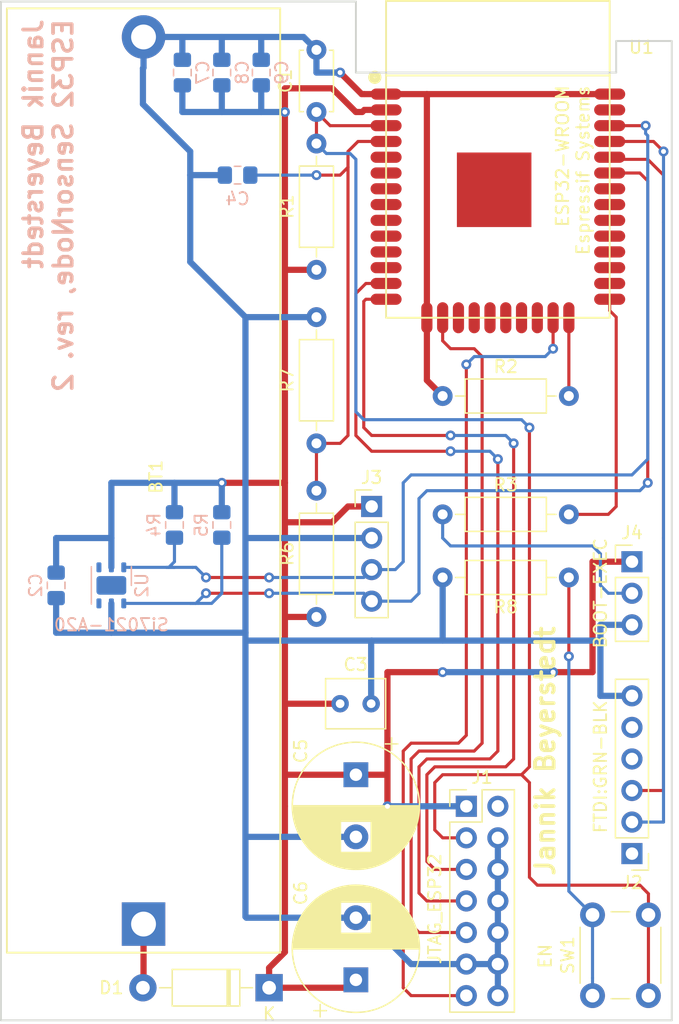
<source format=kicad_pcb>
(kicad_pcb (version 20171130) (host pcbnew "(5.0.0-3-g5ebb6b6)")

  (general
    (thickness 1.6)
    (drawings 11)
    (tracks 294)
    (zones 0)
    (modules 28)
    (nets 18)
  )

  (page A4)
  (layers
    (0 F.Cu signal)
    (31 B.Cu signal)
    (32 B.Adhes user hide)
    (33 F.Adhes user hide)
    (34 B.Paste user hide)
    (35 F.Paste user hide)
    (36 B.SilkS user)
    (37 F.SilkS user)
    (38 B.Mask user)
    (39 F.Mask user)
    (40 Dwgs.User user)
    (41 Cmts.User user)
    (42 Eco1.User user)
    (43 Eco2.User user)
    (44 Edge.Cuts user)
    (45 Margin user)
    (46 B.CrtYd user)
    (47 F.CrtYd user)
    (48 B.Fab user hide)
    (49 F.Fab user hide)
  )

  (setup
    (last_trace_width 0.25)
    (user_trace_width 0.25)
    (user_trace_width 0.5)
    (trace_clearance 0.2)
    (zone_clearance 0.508)
    (zone_45_only no)
    (trace_min 0.2)
    (segment_width 0.2)
    (edge_width 0.15)
    (via_size 0.8)
    (via_drill 0.4)
    (via_min_size 0.4)
    (via_min_drill 0.3)
    (uvia_size 0.3)
    (uvia_drill 0.1)
    (uvias_allowed no)
    (uvia_min_size 0.2)
    (uvia_min_drill 0.1)
    (pcb_text_width 0.3)
    (pcb_text_size 1.5 1.5)
    (mod_edge_width 0.15)
    (mod_text_size 1 1)
    (mod_text_width 0.15)
    (pad_size 2.2 2.2)
    (pad_drill 2.2)
    (pad_to_mask_clearance 0.2)
    (aux_axis_origin 0 0)
    (visible_elements FFFFFF7F)
    (pcbplotparams
      (layerselection 0x010f0_ffffffff)
      (usegerberextensions true)
      (usegerberattributes false)
      (usegerberadvancedattributes false)
      (creategerberjobfile false)
      (excludeedgelayer true)
      (linewidth 0.100000)
      (plotframeref false)
      (viasonmask false)
      (mode 1)
      (useauxorigin false)
      (hpglpennumber 1)
      (hpglpenspeed 20)
      (hpglpendiameter 15.000000)
      (psnegative false)
      (psa4output false)
      (plotreference true)
      (plotvalue true)
      (plotinvisibletext false)
      (padsonsilk false)
      (subtractmaskfromsilk false)
      (outputformat 1)
      (mirror false)
      (drillshape 0)
      (scaleselection 1)
      (outputdirectory "esp32-sensornode-gerber/"))
  )

  (net 0 "")
  (net 1 GND)
  (net 2 "Net-(BT1-Pad1)")
  (net 3 "Net-(C1-Pad1)")
  (net 4 "Net-(J1-Pad5)")
  (net 5 "Net-(J1-Pad7)")
  (net 6 "Net-(J1-Pad9)")
  (net 7 "Net-(J1-Pad13)")
  (net 8 "Net-(J4-Pad2)")
  (net 9 "Net-(R2-Pad2)")
  (net 10 VCC_SENS)
  (net 11 /TX)
  (net 12 /RX)
  (net 13 "Net-(R8-Pad1)")
  (net 14 SCL)
  (net 15 SDA)
  (net 16 /BOOT)
  (net 17 VDD)

  (net_class Default "Dies ist die voreingestellte Netzklasse."
    (clearance 0.2)
    (trace_width 0.25)
    (via_dia 0.8)
    (via_drill 0.4)
    (uvia_dia 0.3)
    (uvia_drill 0.1)
    (add_net /BOOT)
    (add_net /RX)
    (add_net /TX)
    (add_net "Net-(C1-Pad1)")
    (add_net "Net-(J1-Pad13)")
    (add_net "Net-(J1-Pad5)")
    (add_net "Net-(J1-Pad7)")
    (add_net "Net-(J1-Pad9)")
    (add_net "Net-(J4-Pad2)")
    (add_net "Net-(R2-Pad2)")
    (add_net "Net-(R8-Pad1)")
    (add_net SCL)
    (add_net SDA)
    (add_net VCC_SENS)
  )

  (net_class VCC ""
    (clearance 0.2)
    (trace_width 0.5)
    (via_dia 0.8)
    (via_drill 0.4)
    (uvia_dia 0.3)
    (uvia_drill 0.1)
    (add_net GND)
    (add_net "Net-(BT1-Pad1)")
    (add_net VDD)
  )

  (module JBeyerstedt-Library:Screw_Hole_2mm (layer F.Cu) (tedit 5B635A1E) (tstamp 5B79EBFA)
    (at 180.34 130.175)
    (descr "Mouting Screw Hole")
    (tags "mounting screw")
    (fp_text reference REF** (at 0 -3.81) (layer F.SilkS) hide
      (effects (font (size 1 1) (thickness 0.15)))
    )
    (fp_text value Screw_Hole_2mm (at 0 3.81) (layer F.Fab) hide
      (effects (font (size 1 1) (thickness 0.15)))
    )
    (fp_text user %R (at 0 0) (layer F.Fab)
      (effects (font (size 0.8 0.8) (thickness 0.12)))
    )
    (fp_circle (center 0 0) (end 2.5 0) (layer F.CrtYd) (width 0.05))
    (fp_circle (center 0 0) (end 2.4 0) (layer F.Fab) (width 0.1))
    (pad "" np_thru_hole circle (at 0 0) (size 2.2 2.2) (drill 2.2) (layers *.Cu *.Mask))
    (model ${KISYS3DMOD}/Connector.3dshapes/Banana_Jack_1Pin.wrl
      (at (xyz 0 0 0))
      (scale (xyz 2 2 2))
      (rotate (xyz 0 0 0))
    )
  )

  (module JBeyerstedt-Library:Screw_Hole_2mm (layer F.Cu) (tedit 5B61CA8C) (tstamp 5B79EBB9)
    (at 229.87 56.515)
    (descr "Mouting Screw Hole")
    (tags "mounting screw")
    (fp_text reference REF** (at 0 -3.81) (layer F.SilkS) hide
      (effects (font (size 1 1) (thickness 0.15)))
    )
    (fp_text value Screw_Hole_2mm (at 0 3.81) (layer F.Fab) hide
      (effects (font (size 1 1) (thickness 0.15)))
    )
    (fp_text user %R (at 0 0) (layer F.Fab)
      (effects (font (size 0.8 0.8) (thickness 0.12)))
    )
    (fp_circle (center 0 0) (end 2.5 0) (layer F.CrtYd) (width 0.05))
    (fp_circle (center 0 0) (end 2.4 0) (layer F.Fab) (width 0.1))
    (pad "" np_thru_hole circle (at 0 0) (size 2.2 2.2) (drill 2.2) (layers *.Cu *.Mask))
    (model ${KISYS3DMOD}/Connector.3dshapes/Banana_Jack_1Pin.wrl
      (at (xyz 0 0 0))
      (scale (xyz 2 2 2))
      (rotate (xyz 0 0 0))
    )
  )

  (module JBeyerstedt-Library:BatteryHolder_COMF_BHC-18650-1 (layer F.Cu) (tedit 5B5F1B09) (tstamp 5BA708C4)
    (at 189.28 125.05 90)
    (descr https://www.tme.eu/en/Document/8fa81c4c5d128169ded6af3ed3867ae3/BHC-18650-1P.pdf)
    (tags "18650 Battery Holder")
    (path /5B5F4F5C)
    (fp_text reference BT1 (at 36 1 90) (layer F.SilkS)
      (effects (font (size 1 1) (thickness 0.15)))
    )
    (fp_text value "18650 Li-Ion" (at 35.56 -0.8 90) (layer F.Fab)
      (effects (font (size 1 1) (thickness 0.15)))
    )
    (fp_line (start -2.3 11) (end -2.3 -11) (layer F.SilkS) (width 0.15))
    (fp_line (start 73.7 11) (end -2.3 11) (layer F.SilkS) (width 0.15))
    (fp_line (start 73.7 -11) (end 73.7 11) (layer F.SilkS) (width 0.15))
    (fp_line (start -2.3 -11) (end 73.7 -11) (layer F.SilkS) (width 0.15))
    (fp_line (start -1.8 10.5) (end -1.8 -10.5) (layer F.Fab) (width 0.15))
    (fp_line (start 73.2 10.5) (end -1.8 10.5) (layer F.Fab) (width 0.15))
    (fp_line (start 73.2 -10.5) (end 73.2 10.5) (layer F.Fab) (width 0.15))
    (fp_line (start -1.8 -10.5) (end 73.2 -10.5) (layer F.Fab) (width 0.15))
    (fp_line (start -2.8 11.5) (end -2.8 -11.5) (layer F.CrtYd) (width 0.05))
    (fp_line (start 74.2 11.5) (end -2.8 11.5) (layer F.CrtYd) (width 0.05))
    (fp_line (start 74.2 -11.5) (end 74.2 11.5) (layer F.CrtYd) (width 0.05))
    (fp_line (start -2.8 -11.5) (end 74.2 -11.5) (layer F.CrtYd) (width 0.05))
    (fp_text user %R (at 36 -2.4 90) (layer F.Fab)
      (effects (font (size 1 1) (thickness 0.15)))
    )
    (pad 2 thru_hole circle (at 71.4 0 90) (size 3.5 3.5) (drill 2) (layers *.Cu *.Mask)
      (net 1 GND))
    (pad 1 thru_hole rect (at 0 0 90) (size 3.5 3.5) (drill 2) (layers *.Cu *.Mask)
      (net 2 "Net-(BT1-Pad1)"))
    (pad "" np_thru_hole circle (at 8.85 0 90) (size 3 3) (drill 3) (layers *.Cu *.Mask))
    (pad "" np_thru_hole circle (at 62.55 0 90) (size 3 3) (drill 3) (layers *.Cu *.Mask))
    (pad "" np_thru_hole circle (at 1.45 -9.7 90) (size 1.5 1.5) (drill 1.5) (layers *.Cu *.Mask))
  )

  (module Capacitor_THT:C_Rect_L4.6mm_W3.8mm_P2.50mm_MKS02_FKP02 (layer F.Cu) (tedit 5AE50EF0) (tstamp 5BA7094B)
    (at 205.105 107.315)
    (descr "C, Rect series, Radial, pin pitch=2.50mm, , length*width=4.6*3.8mm^2, Capacitor, http://www.wima.de/DE/WIMA_MKS_02.pdf")
    (tags "C Rect series Radial pin pitch 2.50mm  length 4.6mm width 3.8mm Capacitor")
    (path /5B610407)
    (fp_text reference C3 (at 1.25 -3.15) (layer F.SilkS)
      (effects (font (size 1 1) (thickness 0.15)))
    )
    (fp_text value 1u (at 1.25 3.15) (layer F.Fab)
      (effects (font (size 1 1) (thickness 0.15)))
    )
    (fp_line (start -1.05 -1.9) (end -1.05 1.9) (layer F.Fab) (width 0.1))
    (fp_line (start -1.05 1.9) (end 3.55 1.9) (layer F.Fab) (width 0.1))
    (fp_line (start 3.55 1.9) (end 3.55 -1.9) (layer F.Fab) (width 0.1))
    (fp_line (start 3.55 -1.9) (end -1.05 -1.9) (layer F.Fab) (width 0.1))
    (fp_line (start -1.17 -2.02) (end 3.67 -2.02) (layer F.SilkS) (width 0.12))
    (fp_line (start -1.17 2.02) (end 3.67 2.02) (layer F.SilkS) (width 0.12))
    (fp_line (start -1.17 -2.02) (end -1.17 2.02) (layer F.SilkS) (width 0.12))
    (fp_line (start 3.67 -2.02) (end 3.67 2.02) (layer F.SilkS) (width 0.12))
    (fp_line (start -1.3 -2.15) (end -1.3 2.15) (layer F.CrtYd) (width 0.05))
    (fp_line (start -1.3 2.15) (end 3.8 2.15) (layer F.CrtYd) (width 0.05))
    (fp_line (start 3.8 2.15) (end 3.8 -2.15) (layer F.CrtYd) (width 0.05))
    (fp_line (start 3.8 -2.15) (end -1.3 -2.15) (layer F.CrtYd) (width 0.05))
    (fp_text user %R (at 1.25 0) (layer F.Fab)
      (effects (font (size 0.92 0.92) (thickness 0.138)))
    )
    (pad 1 thru_hole circle (at 0 0) (size 1.4 1.4) (drill 0.7) (layers *.Cu *.Mask)
      (net 17 VDD))
    (pad 2 thru_hole circle (at 2.5 0) (size 1.4 1.4) (drill 0.7) (layers *.Cu *.Mask)
      (net 1 GND))
    (model ${KISYS3DMOD}/Capacitor_THT.3dshapes/C_Rect_L4.6mm_W3.8mm_P2.50mm_MKS02_FKP02.wrl
      (at (xyz 0 0 0))
      (scale (xyz 1 1 1))
      (rotate (xyz 0 0 0))
    )
  )

  (module Diode_THT:D_DO-41_SOD81_P10.16mm_Horizontal (layer F.Cu) (tedit 5AE50CD5) (tstamp 5BA70873)
    (at 199.39 130.175 180)
    (descr "Diode, DO-41_SOD81 series, Axial, Horizontal, pin pitch=10.16mm, , length*diameter=5.2*2.7mm^2, , http://www.diodes.com/_files/packages/DO-41%20(Plastic).pdf")
    (tags "Diode DO-41_SOD81 series Axial Horizontal pin pitch 10.16mm  length 5.2mm diameter 2.7mm")
    (path /5B5EF193)
    (fp_text reference D1 (at 12.7 0 180) (layer F.SilkS)
      (effects (font (size 1 1) (thickness 0.15)))
    )
    (fp_text value 1N4001 (at 5.08 2.47 180) (layer F.Fab)
      (effects (font (size 1 1) (thickness 0.15)))
    )
    (fp_line (start 2.48 -1.35) (end 2.48 1.35) (layer F.Fab) (width 0.1))
    (fp_line (start 2.48 1.35) (end 7.68 1.35) (layer F.Fab) (width 0.1))
    (fp_line (start 7.68 1.35) (end 7.68 -1.35) (layer F.Fab) (width 0.1))
    (fp_line (start 7.68 -1.35) (end 2.48 -1.35) (layer F.Fab) (width 0.1))
    (fp_line (start 0 0) (end 2.48 0) (layer F.Fab) (width 0.1))
    (fp_line (start 10.16 0) (end 7.68 0) (layer F.Fab) (width 0.1))
    (fp_line (start 3.26 -1.35) (end 3.26 1.35) (layer F.Fab) (width 0.1))
    (fp_line (start 3.36 -1.35) (end 3.36 1.35) (layer F.Fab) (width 0.1))
    (fp_line (start 3.16 -1.35) (end 3.16 1.35) (layer F.Fab) (width 0.1))
    (fp_line (start 2.36 -1.47) (end 2.36 1.47) (layer F.SilkS) (width 0.12))
    (fp_line (start 2.36 1.47) (end 7.8 1.47) (layer F.SilkS) (width 0.12))
    (fp_line (start 7.8 1.47) (end 7.8 -1.47) (layer F.SilkS) (width 0.12))
    (fp_line (start 7.8 -1.47) (end 2.36 -1.47) (layer F.SilkS) (width 0.12))
    (fp_line (start 1.34 0) (end 2.36 0) (layer F.SilkS) (width 0.12))
    (fp_line (start 8.82 0) (end 7.8 0) (layer F.SilkS) (width 0.12))
    (fp_line (start 3.26 -1.47) (end 3.26 1.47) (layer F.SilkS) (width 0.12))
    (fp_line (start 3.38 -1.47) (end 3.38 1.47) (layer F.SilkS) (width 0.12))
    (fp_line (start 3.14 -1.47) (end 3.14 1.47) (layer F.SilkS) (width 0.12))
    (fp_line (start -1.35 -1.6) (end -1.35 1.6) (layer F.CrtYd) (width 0.05))
    (fp_line (start -1.35 1.6) (end 11.51 1.6) (layer F.CrtYd) (width 0.05))
    (fp_line (start 11.51 1.6) (end 11.51 -1.6) (layer F.CrtYd) (width 0.05))
    (fp_line (start 11.51 -1.6) (end -1.35 -1.6) (layer F.CrtYd) (width 0.05))
    (fp_text user %R (at 4.774999 0.724999 180) (layer F.Fab)
      (effects (font (size 1 1) (thickness 0.15)))
    )
    (fp_text user K (at 0 -2.1 180) (layer F.Fab)
      (effects (font (size 1 1) (thickness 0.15)))
    )
    (fp_text user K (at 0 -2.1 180) (layer F.SilkS)
      (effects (font (size 1 1) (thickness 0.15)))
    )
    (pad 1 thru_hole rect (at 0 0 180) (size 2.2 2.2) (drill 1.1) (layers *.Cu *.Mask)
      (net 17 VDD))
    (pad 2 thru_hole oval (at 10.16 0 180) (size 2.2 2.2) (drill 1.1) (layers *.Cu *.Mask)
      (net 2 "Net-(BT1-Pad1)"))
    (model ${KISYS3DMOD}/Diode_THT.3dshapes/D_DO-41_SOD81_P10.16mm_Horizontal.wrl
      (at (xyz 0 0 0))
      (scale (xyz 1 1 1))
      (rotate (xyz 0 0 0))
    )
  )

  (module Connector_PinHeader_2.54mm:PinHeader_1x06_P2.54mm_Vertical (layer F.Cu) (tedit 5B61A4D5) (tstamp 5BA70907)
    (at 228.6 119.38 180)
    (descr "Through hole straight pin header, 1x06, 2.54mm pitch, single row")
    (tags "Through hole pin header THT 1x06 2.54mm single row")
    (path /5B5EFFB5)
    (fp_text reference J2 (at 0 -2.33 180) (layer F.SilkS)
      (effects (font (size 1 1) (thickness 0.15)))
    )
    (fp_text value FTDI:GRN-BLK (at 2.54 6.985 270) (layer F.SilkS)
      (effects (font (size 1 1) (thickness 0.15)))
    )
    (fp_line (start -0.635 -1.27) (end 1.27 -1.27) (layer F.Fab) (width 0.1))
    (fp_line (start 1.27 -1.27) (end 1.27 13.97) (layer F.Fab) (width 0.1))
    (fp_line (start 1.27 13.97) (end -1.27 13.97) (layer F.Fab) (width 0.1))
    (fp_line (start -1.27 13.97) (end -1.27 -0.635) (layer F.Fab) (width 0.1))
    (fp_line (start -1.27 -0.635) (end -0.635 -1.27) (layer F.Fab) (width 0.1))
    (fp_line (start -1.33 14.03) (end 1.33 14.03) (layer F.SilkS) (width 0.12))
    (fp_line (start -1.33 1.27) (end -1.33 14.03) (layer F.SilkS) (width 0.12))
    (fp_line (start 1.33 1.27) (end 1.33 14.03) (layer F.SilkS) (width 0.12))
    (fp_line (start -1.33 1.27) (end 1.33 1.27) (layer F.SilkS) (width 0.12))
    (fp_line (start -1.33 0) (end -1.33 -1.33) (layer F.SilkS) (width 0.12))
    (fp_line (start -1.33 -1.33) (end 0 -1.33) (layer F.SilkS) (width 0.12))
    (fp_line (start -1.8 -1.8) (end -1.8 14.5) (layer F.CrtYd) (width 0.05))
    (fp_line (start -1.8 14.5) (end 1.8 14.5) (layer F.CrtYd) (width 0.05))
    (fp_line (start 1.8 14.5) (end 1.8 -1.8) (layer F.CrtYd) (width 0.05))
    (fp_line (start 1.8 -1.8) (end -1.8 -1.8) (layer F.CrtYd) (width 0.05))
    (fp_text user %R (at 0 6.35 270) (layer F.Fab)
      (effects (font (size 1 1) (thickness 0.15)))
    )
    (pad 1 thru_hole rect (at 0 0 180) (size 1.7 1.7) (drill 1) (layers *.Cu *.Mask))
    (pad 2 thru_hole oval (at 0 2.54 180) (size 1.7 1.7) (drill 1) (layers *.Cu *.Mask)
      (net 11 /TX))
    (pad 3 thru_hole oval (at 0 5.08 180) (size 1.7 1.7) (drill 1) (layers *.Cu *.Mask)
      (net 12 /RX))
    (pad 4 thru_hole oval (at 0 7.62 180) (size 1.7 1.7) (drill 1) (layers *.Cu *.Mask))
    (pad 5 thru_hole oval (at 0 10.16 180) (size 1.7 1.7) (drill 1) (layers *.Cu *.Mask))
    (pad 6 thru_hole oval (at 0 12.7 180) (size 1.7 1.7) (drill 1) (layers *.Cu *.Mask)
      (net 1 GND))
    (model ${KISYS3DMOD}/Connector_PinHeader_2.54mm.3dshapes/PinHeader_1x06_P2.54mm_Vertical.wrl
      (at (xyz 0 0 0))
      (scale (xyz 1 1 1))
      (rotate (xyz 0 0 0))
    )
  )

  (module Connector_PinHeader_2.54mm:PinHeader_1x04_P2.54mm_Vertical (layer F.Cu) (tedit 59FED5CC) (tstamp 5BA70D37)
    (at 207.645 91.44)
    (descr "Through hole straight pin header, 1x04, 2.54mm pitch, single row")
    (tags "Through hole pin header THT 1x04 2.54mm single row")
    (path /5B5F555A)
    (fp_text reference J3 (at 0 -2.33) (layer F.SilkS)
      (effects (font (size 1 1) (thickness 0.15)))
    )
    (fp_text value SI7021:SDA-VIN (at 2.54 3.81 90) (layer F.Fab)
      (effects (font (size 1 1) (thickness 0.15)))
    )
    (fp_line (start -0.635 -1.27) (end 1.27 -1.27) (layer F.Fab) (width 0.1))
    (fp_line (start 1.27 -1.27) (end 1.27 8.89) (layer F.Fab) (width 0.1))
    (fp_line (start 1.27 8.89) (end -1.27 8.89) (layer F.Fab) (width 0.1))
    (fp_line (start -1.27 8.89) (end -1.27 -0.635) (layer F.Fab) (width 0.1))
    (fp_line (start -1.27 -0.635) (end -0.635 -1.27) (layer F.Fab) (width 0.1))
    (fp_line (start -1.33 8.95) (end 1.33 8.95) (layer F.SilkS) (width 0.12))
    (fp_line (start -1.33 1.27) (end -1.33 8.95) (layer F.SilkS) (width 0.12))
    (fp_line (start 1.33 1.27) (end 1.33 8.95) (layer F.SilkS) (width 0.12))
    (fp_line (start -1.33 1.27) (end 1.33 1.27) (layer F.SilkS) (width 0.12))
    (fp_line (start -1.33 0) (end -1.33 -1.33) (layer F.SilkS) (width 0.12))
    (fp_line (start -1.33 -1.33) (end 0 -1.33) (layer F.SilkS) (width 0.12))
    (fp_line (start -1.8 -1.8) (end -1.8 9.4) (layer F.CrtYd) (width 0.05))
    (fp_line (start -1.8 9.4) (end 1.8 9.4) (layer F.CrtYd) (width 0.05))
    (fp_line (start 1.8 9.4) (end 1.8 -1.8) (layer F.CrtYd) (width 0.05))
    (fp_line (start 1.8 -1.8) (end -1.8 -1.8) (layer F.CrtYd) (width 0.05))
    (fp_text user %R (at 0 3.81 90) (layer F.Fab)
      (effects (font (size 1 1) (thickness 0.15)))
    )
    (pad 1 thru_hole rect (at 0 0) (size 1.7 1.7) (drill 1) (layers *.Cu *.Mask)
      (net 17 VDD))
    (pad 2 thru_hole oval (at 0 2.54) (size 1.7 1.7) (drill 1) (layers *.Cu *.Mask)
      (net 1 GND))
    (pad 3 thru_hole oval (at 0 5.08) (size 1.7 1.7) (drill 1) (layers *.Cu *.Mask)
      (net 14 SCL))
    (pad 4 thru_hole oval (at 0 7.62) (size 1.7 1.7) (drill 1) (layers *.Cu *.Mask)
      (net 15 SDA))
    (model ${KISYS3DMOD}/Connector_PinHeader_2.54mm.3dshapes/PinHeader_1x04_P2.54mm_Vertical.wrl
      (at (xyz 0 0 0))
      (scale (xyz 1 1 1))
      (rotate (xyz 0 0 0))
    )
  )

  (module Connector_PinHeader_2.54mm:PinHeader_1x03_P2.54mm_Vertical (layer F.Cu) (tedit 5B61A4DE) (tstamp 5BA70CF4)
    (at 228.6 95.885)
    (descr "Through hole straight pin header, 1x03, 2.54mm pitch, single row")
    (tags "Through hole pin header THT 1x03 2.54mm single row")
    (path /5B5F59C4)
    (fp_text reference J4 (at 0 -2.33) (layer F.SilkS)
      (effects (font (size 1 1) (thickness 0.15)))
    )
    (fp_text value BOOT-EXEC (at -2.54 2.54 90) (layer F.SilkS)
      (effects (font (size 1 1) (thickness 0.15)))
    )
    (fp_line (start -0.635 -1.27) (end 1.27 -1.27) (layer F.Fab) (width 0.1))
    (fp_line (start 1.27 -1.27) (end 1.27 6.35) (layer F.Fab) (width 0.1))
    (fp_line (start 1.27 6.35) (end -1.27 6.35) (layer F.Fab) (width 0.1))
    (fp_line (start -1.27 6.35) (end -1.27 -0.635) (layer F.Fab) (width 0.1))
    (fp_line (start -1.27 -0.635) (end -0.635 -1.27) (layer F.Fab) (width 0.1))
    (fp_line (start -1.33 6.41) (end 1.33 6.41) (layer F.SilkS) (width 0.12))
    (fp_line (start -1.33 1.27) (end -1.33 6.41) (layer F.SilkS) (width 0.12))
    (fp_line (start 1.33 1.27) (end 1.33 6.41) (layer F.SilkS) (width 0.12))
    (fp_line (start -1.33 1.27) (end 1.33 1.27) (layer F.SilkS) (width 0.12))
    (fp_line (start -1.33 0) (end -1.33 -1.33) (layer F.SilkS) (width 0.12))
    (fp_line (start -1.33 -1.33) (end 0 -1.33) (layer F.SilkS) (width 0.12))
    (fp_line (start -1.8 -1.8) (end -1.8 6.85) (layer F.CrtYd) (width 0.05))
    (fp_line (start -1.8 6.85) (end 1.8 6.85) (layer F.CrtYd) (width 0.05))
    (fp_line (start 1.8 6.85) (end 1.8 -1.8) (layer F.CrtYd) (width 0.05))
    (fp_line (start 1.8 -1.8) (end -1.8 -1.8) (layer F.CrtYd) (width 0.05))
    (fp_text user %R (at 0 2.54 90) (layer F.Fab)
      (effects (font (size 1 1) (thickness 0.15)))
    )
    (pad 1 thru_hole rect (at 0 0) (size 1.7 1.7) (drill 1) (layers *.Cu *.Mask)
      (net 17 VDD))
    (pad 2 thru_hole oval (at 0 2.54) (size 1.7 1.7) (drill 1) (layers *.Cu *.Mask)
      (net 8 "Net-(J4-Pad2)"))
    (pad 3 thru_hole oval (at 0 5.08) (size 1.7 1.7) (drill 1) (layers *.Cu *.Mask)
      (net 1 GND))
    (model ${KISYS3DMOD}/Connector_PinHeader_2.54mm.3dshapes/PinHeader_1x03_P2.54mm_Vertical.wrl
      (at (xyz 0 0 0))
      (scale (xyz 1 1 1))
      (rotate (xyz 0 0 0))
    )
  )

  (module Resistor_THT:R_Axial_DIN0207_L6.3mm_D2.5mm_P10.16mm_Horizontal (layer F.Cu) (tedit 5AE5139B) (tstamp 5BA70A1B)
    (at 203.2 72.39 90)
    (descr "Resistor, Axial_DIN0207 series, Axial, Horizontal, pin pitch=10.16mm, 0.25W = 1/4W, length*diameter=6.3*2.5mm^2, http://cdn-reichelt.de/documents/datenblatt/B400/1_4W%23YAG.pdf")
    (tags "Resistor Axial_DIN0207 series Axial Horizontal pin pitch 10.16mm 0.25W = 1/4W length 6.3mm diameter 2.5mm")
    (path /5B5F5773)
    (fp_text reference R1 (at 5.08 -2.37 90) (layer F.SilkS)
      (effects (font (size 1 1) (thickness 0.15)))
    )
    (fp_text value 22K (at 5.08 2.37 90) (layer F.Fab)
      (effects (font (size 1 1) (thickness 0.15)))
    )
    (fp_line (start 1.93 -1.25) (end 1.93 1.25) (layer F.Fab) (width 0.1))
    (fp_line (start 1.93 1.25) (end 8.23 1.25) (layer F.Fab) (width 0.1))
    (fp_line (start 8.23 1.25) (end 8.23 -1.25) (layer F.Fab) (width 0.1))
    (fp_line (start 8.23 -1.25) (end 1.93 -1.25) (layer F.Fab) (width 0.1))
    (fp_line (start 0 0) (end 1.93 0) (layer F.Fab) (width 0.1))
    (fp_line (start 10.16 0) (end 8.23 0) (layer F.Fab) (width 0.1))
    (fp_line (start 1.81 -1.37) (end 1.81 1.37) (layer F.SilkS) (width 0.12))
    (fp_line (start 1.81 1.37) (end 8.35 1.37) (layer F.SilkS) (width 0.12))
    (fp_line (start 8.35 1.37) (end 8.35 -1.37) (layer F.SilkS) (width 0.12))
    (fp_line (start 8.35 -1.37) (end 1.81 -1.37) (layer F.SilkS) (width 0.12))
    (fp_line (start 1.04 0) (end 1.81 0) (layer F.SilkS) (width 0.12))
    (fp_line (start 9.12 0) (end 8.35 0) (layer F.SilkS) (width 0.12))
    (fp_line (start -1.05 -1.5) (end -1.05 1.5) (layer F.CrtYd) (width 0.05))
    (fp_line (start -1.05 1.5) (end 11.21 1.5) (layer F.CrtYd) (width 0.05))
    (fp_line (start 11.21 1.5) (end 11.21 -1.5) (layer F.CrtYd) (width 0.05))
    (fp_line (start 11.21 -1.5) (end -1.05 -1.5) (layer F.CrtYd) (width 0.05))
    (fp_text user %R (at 5.08 0 90) (layer F.Fab)
      (effects (font (size 1 1) (thickness 0.15)))
    )
    (pad 1 thru_hole circle (at 0 0 90) (size 1.6 1.6) (drill 0.8) (layers *.Cu *.Mask)
      (net 17 VDD))
    (pad 2 thru_hole oval (at 10.16 0 90) (size 1.6 1.6) (drill 0.8) (layers *.Cu *.Mask)
      (net 3 "Net-(C1-Pad1)"))
    (model ${KISYS3DMOD}/Resistor_THT.3dshapes/R_Axial_DIN0207_L6.3mm_D2.5mm_P10.16mm_Horizontal.wrl
      (at (xyz 0 0 0))
      (scale (xyz 1 1 1))
      (rotate (xyz 0 0 0))
    )
  )

  (module Resistor_THT:R_Axial_DIN0207_L6.3mm_D2.5mm_P10.16mm_Horizontal (layer F.Cu) (tedit 5AE5139B) (tstamp 5BA70CB2)
    (at 213.36 82.55)
    (descr "Resistor, Axial_DIN0207 series, Axial, Horizontal, pin pitch=10.16mm, 0.25W = 1/4W, length*diameter=6.3*2.5mm^2, http://cdn-reichelt.de/documents/datenblatt/B400/1_4W%23YAG.pdf")
    (tags "Resistor Axial_DIN0207 series Axial Horizontal pin pitch 10.16mm 0.25W = 1/4W length 6.3mm diameter 2.5mm")
    (path /5B5F57E6)
    (fp_text reference R2 (at 5.08 -2.37) (layer F.SilkS)
      (effects (font (size 1 1) (thickness 0.15)))
    )
    (fp_text value 22K (at 5.08 2.37) (layer F.Fab)
      (effects (font (size 1 1) (thickness 0.15)))
    )
    (fp_text user %R (at 5.08 0) (layer F.Fab)
      (effects (font (size 1 1) (thickness 0.15)))
    )
    (fp_line (start 11.21 -1.5) (end -1.05 -1.5) (layer F.CrtYd) (width 0.05))
    (fp_line (start 11.21 1.5) (end 11.21 -1.5) (layer F.CrtYd) (width 0.05))
    (fp_line (start -1.05 1.5) (end 11.21 1.5) (layer F.CrtYd) (width 0.05))
    (fp_line (start -1.05 -1.5) (end -1.05 1.5) (layer F.CrtYd) (width 0.05))
    (fp_line (start 9.12 0) (end 8.35 0) (layer F.SilkS) (width 0.12))
    (fp_line (start 1.04 0) (end 1.81 0) (layer F.SilkS) (width 0.12))
    (fp_line (start 8.35 -1.37) (end 1.81 -1.37) (layer F.SilkS) (width 0.12))
    (fp_line (start 8.35 1.37) (end 8.35 -1.37) (layer F.SilkS) (width 0.12))
    (fp_line (start 1.81 1.37) (end 8.35 1.37) (layer F.SilkS) (width 0.12))
    (fp_line (start 1.81 -1.37) (end 1.81 1.37) (layer F.SilkS) (width 0.12))
    (fp_line (start 10.16 0) (end 8.23 0) (layer F.Fab) (width 0.1))
    (fp_line (start 0 0) (end 1.93 0) (layer F.Fab) (width 0.1))
    (fp_line (start 8.23 -1.25) (end 1.93 -1.25) (layer F.Fab) (width 0.1))
    (fp_line (start 8.23 1.25) (end 8.23 -1.25) (layer F.Fab) (width 0.1))
    (fp_line (start 1.93 1.25) (end 8.23 1.25) (layer F.Fab) (width 0.1))
    (fp_line (start 1.93 -1.25) (end 1.93 1.25) (layer F.Fab) (width 0.1))
    (pad 2 thru_hole oval (at 10.16 0) (size 1.6 1.6) (drill 0.8) (layers *.Cu *.Mask)
      (net 9 "Net-(R2-Pad2)"))
    (pad 1 thru_hole circle (at 0 0) (size 1.6 1.6) (drill 0.8) (layers *.Cu *.Mask)
      (net 1 GND))
    (model ${KISYS3DMOD}/Resistor_THT.3dshapes/R_Axial_DIN0207_L6.3mm_D2.5mm_P10.16mm_Horizontal.wrl
      (at (xyz 0 0 0))
      (scale (xyz 1 1 1))
      (rotate (xyz 0 0 0))
    )
  )

  (module Resistor_THT:R_Axial_DIN0207_L6.3mm_D2.5mm_P10.16mm_Horizontal (layer F.Cu) (tedit 5AE5139B) (tstamp 5BA70C70)
    (at 213.36 92.075)
    (descr "Resistor, Axial_DIN0207 series, Axial, Horizontal, pin pitch=10.16mm, 0.25W = 1/4W, length*diameter=6.3*2.5mm^2, http://cdn-reichelt.de/documents/datenblatt/B400/1_4W%23YAG.pdf")
    (tags "Resistor Axial_DIN0207 series Axial Horizontal pin pitch 10.16mm 0.25W = 1/4W length 6.3mm diameter 2.5mm")
    (path /5B5FD2E5)
    (fp_text reference R3 (at 5.08 -2.37) (layer F.SilkS)
      (effects (font (size 1 1) (thickness 0.15)))
    )
    (fp_text value 22K (at 5.08 2.37) (layer F.Fab)
      (effects (font (size 1 1) (thickness 0.15)))
    )
    (fp_text user %R (at 5.08 0) (layer F.Fab)
      (effects (font (size 1 1) (thickness 0.15)))
    )
    (fp_line (start 11.21 -1.5) (end -1.05 -1.5) (layer F.CrtYd) (width 0.05))
    (fp_line (start 11.21 1.5) (end 11.21 -1.5) (layer F.CrtYd) (width 0.05))
    (fp_line (start -1.05 1.5) (end 11.21 1.5) (layer F.CrtYd) (width 0.05))
    (fp_line (start -1.05 -1.5) (end -1.05 1.5) (layer F.CrtYd) (width 0.05))
    (fp_line (start 9.12 0) (end 8.35 0) (layer F.SilkS) (width 0.12))
    (fp_line (start 1.04 0) (end 1.81 0) (layer F.SilkS) (width 0.12))
    (fp_line (start 8.35 -1.37) (end 1.81 -1.37) (layer F.SilkS) (width 0.12))
    (fp_line (start 8.35 1.37) (end 8.35 -1.37) (layer F.SilkS) (width 0.12))
    (fp_line (start 1.81 1.37) (end 8.35 1.37) (layer F.SilkS) (width 0.12))
    (fp_line (start 1.81 -1.37) (end 1.81 1.37) (layer F.SilkS) (width 0.12))
    (fp_line (start 10.16 0) (end 8.23 0) (layer F.Fab) (width 0.1))
    (fp_line (start 0 0) (end 1.93 0) (layer F.Fab) (width 0.1))
    (fp_line (start 8.23 -1.25) (end 1.93 -1.25) (layer F.Fab) (width 0.1))
    (fp_line (start 8.23 1.25) (end 8.23 -1.25) (layer F.Fab) (width 0.1))
    (fp_line (start 1.93 1.25) (end 8.23 1.25) (layer F.Fab) (width 0.1))
    (fp_line (start 1.93 -1.25) (end 1.93 1.25) (layer F.Fab) (width 0.1))
    (pad 2 thru_hole oval (at 10.16 0) (size 1.6 1.6) (drill 0.8) (layers *.Cu *.Mask)
      (net 16 /BOOT))
    (pad 1 thru_hole circle (at 0 0) (size 1.6 1.6) (drill 0.8) (layers *.Cu *.Mask)
      (net 8 "Net-(J4-Pad2)"))
    (model ${KISYS3DMOD}/Resistor_THT.3dshapes/R_Axial_DIN0207_L6.3mm_D2.5mm_P10.16mm_Horizontal.wrl
      (at (xyz 0 0 0))
      (scale (xyz 1 1 1))
      (rotate (xyz 0 0 0))
    )
  )

  (module Resistor_THT:R_Axial_DIN0207_L6.3mm_D2.5mm_P10.16mm_Horizontal (layer F.Cu) (tedit 5AE5139B) (tstamp 5BA70D7B)
    (at 203.2 100.33 90)
    (descr "Resistor, Axial_DIN0207 series, Axial, Horizontal, pin pitch=10.16mm, 0.25W = 1/4W, length*diameter=6.3*2.5mm^2, http://cdn-reichelt.de/documents/datenblatt/B400/1_4W%23YAG.pdf")
    (tags "Resistor Axial_DIN0207 series Axial Horizontal pin pitch 10.16mm 0.25W = 1/4W length 6.3mm diameter 2.5mm")
    (path /5B5F5860)
    (fp_text reference R6 (at 5.08 -2.37 90) (layer F.SilkS)
      (effects (font (size 1 1) (thickness 0.15)))
    )
    (fp_text value 2.7M (at 5.08 2.37 90) (layer F.Fab)
      (effects (font (size 1 1) (thickness 0.15)))
    )
    (fp_line (start 1.93 -1.25) (end 1.93 1.25) (layer F.Fab) (width 0.1))
    (fp_line (start 1.93 1.25) (end 8.23 1.25) (layer F.Fab) (width 0.1))
    (fp_line (start 8.23 1.25) (end 8.23 -1.25) (layer F.Fab) (width 0.1))
    (fp_line (start 8.23 -1.25) (end 1.93 -1.25) (layer F.Fab) (width 0.1))
    (fp_line (start 0 0) (end 1.93 0) (layer F.Fab) (width 0.1))
    (fp_line (start 10.16 0) (end 8.23 0) (layer F.Fab) (width 0.1))
    (fp_line (start 1.81 -1.37) (end 1.81 1.37) (layer F.SilkS) (width 0.12))
    (fp_line (start 1.81 1.37) (end 8.35 1.37) (layer F.SilkS) (width 0.12))
    (fp_line (start 8.35 1.37) (end 8.35 -1.37) (layer F.SilkS) (width 0.12))
    (fp_line (start 8.35 -1.37) (end 1.81 -1.37) (layer F.SilkS) (width 0.12))
    (fp_line (start 1.04 0) (end 1.81 0) (layer F.SilkS) (width 0.12))
    (fp_line (start 9.12 0) (end 8.35 0) (layer F.SilkS) (width 0.12))
    (fp_line (start -1.05 -1.5) (end -1.05 1.5) (layer F.CrtYd) (width 0.05))
    (fp_line (start -1.05 1.5) (end 11.21 1.5) (layer F.CrtYd) (width 0.05))
    (fp_line (start 11.21 1.5) (end 11.21 -1.5) (layer F.CrtYd) (width 0.05))
    (fp_line (start 11.21 -1.5) (end -1.05 -1.5) (layer F.CrtYd) (width 0.05))
    (fp_text user %R (at 5.08 0 90) (layer F.Fab)
      (effects (font (size 1 1) (thickness 0.15)))
    )
    (pad 1 thru_hole circle (at 0 0 90) (size 1.6 1.6) (drill 0.8) (layers *.Cu *.Mask)
      (net 17 VDD))
    (pad 2 thru_hole oval (at 10.16 0 90) (size 1.6 1.6) (drill 0.8) (layers *.Cu *.Mask)
      (net 10 VCC_SENS))
    (model ${KISYS3DMOD}/Resistor_THT.3dshapes/R_Axial_DIN0207_L6.3mm_D2.5mm_P10.16mm_Horizontal.wrl
      (at (xyz 0 0 0))
      (scale (xyz 1 1 1))
      (rotate (xyz 0 0 0))
    )
  )

  (module Resistor_THT:R_Axial_DIN0207_L6.3mm_D2.5mm_P10.16mm_Horizontal (layer F.Cu) (tedit 5AE5139B) (tstamp 5BA70A5D)
    (at 203.2 86.36 90)
    (descr "Resistor, Axial_DIN0207 series, Axial, Horizontal, pin pitch=10.16mm, 0.25W = 1/4W, length*diameter=6.3*2.5mm^2, http://cdn-reichelt.de/documents/datenblatt/B400/1_4W%23YAG.pdf")
    (tags "Resistor Axial_DIN0207 series Axial Horizontal pin pitch 10.16mm 0.25W = 1/4W length 6.3mm diameter 2.5mm")
    (path /5B628838)
    (fp_text reference R7 (at 5.08 -2.37 90) (layer F.SilkS)
      (effects (font (size 1 1) (thickness 0.15)))
    )
    (fp_text value 1M (at 5.08 2.37 90) (layer F.Fab)
      (effects (font (size 1 1) (thickness 0.15)))
    )
    (fp_line (start 1.93 -1.25) (end 1.93 1.25) (layer F.Fab) (width 0.1))
    (fp_line (start 1.93 1.25) (end 8.23 1.25) (layer F.Fab) (width 0.1))
    (fp_line (start 8.23 1.25) (end 8.23 -1.25) (layer F.Fab) (width 0.1))
    (fp_line (start 8.23 -1.25) (end 1.93 -1.25) (layer F.Fab) (width 0.1))
    (fp_line (start 0 0) (end 1.93 0) (layer F.Fab) (width 0.1))
    (fp_line (start 10.16 0) (end 8.23 0) (layer F.Fab) (width 0.1))
    (fp_line (start 1.81 -1.37) (end 1.81 1.37) (layer F.SilkS) (width 0.12))
    (fp_line (start 1.81 1.37) (end 8.35 1.37) (layer F.SilkS) (width 0.12))
    (fp_line (start 8.35 1.37) (end 8.35 -1.37) (layer F.SilkS) (width 0.12))
    (fp_line (start 8.35 -1.37) (end 1.81 -1.37) (layer F.SilkS) (width 0.12))
    (fp_line (start 1.04 0) (end 1.81 0) (layer F.SilkS) (width 0.12))
    (fp_line (start 9.12 0) (end 8.35 0) (layer F.SilkS) (width 0.12))
    (fp_line (start -1.05 -1.5) (end -1.05 1.5) (layer F.CrtYd) (width 0.05))
    (fp_line (start -1.05 1.5) (end 11.21 1.5) (layer F.CrtYd) (width 0.05))
    (fp_line (start 11.21 1.5) (end 11.21 -1.5) (layer F.CrtYd) (width 0.05))
    (fp_line (start 11.21 -1.5) (end -1.05 -1.5) (layer F.CrtYd) (width 0.05))
    (fp_text user %R (at 5.08 0 90) (layer F.Fab)
      (effects (font (size 1 1) (thickness 0.15)))
    )
    (pad 1 thru_hole circle (at 0 0 90) (size 1.6 1.6) (drill 0.8) (layers *.Cu *.Mask)
      (net 10 VCC_SENS))
    (pad 2 thru_hole oval (at 10.16 0 90) (size 1.6 1.6) (drill 0.8) (layers *.Cu *.Mask)
      (net 1 GND))
    (model ${KISYS3DMOD}/Resistor_THT.3dshapes/R_Axial_DIN0207_L6.3mm_D2.5mm_P10.16mm_Horizontal.wrl
      (at (xyz 0 0 0))
      (scale (xyz 1 1 1))
      (rotate (xyz 0 0 0))
    )
  )

  (module JBeyerstedt-Library:ESP32-WROOM (layer F.Cu) (tedit 57D08EA8) (tstamp 5BA709A1)
    (at 217.805 63.5 180)
    (path /5B5F5158)
    (fp_text reference U1 (at -11.557 9.017 180) (layer F.SilkS)
      (effects (font (size 1 1) (thickness 0.15)))
    )
    (fp_text value ESP32-WROOM (at 5.715 14.224 180) (layer F.Fab)
      (effects (font (size 1 1) (thickness 0.15)))
    )
    (fp_text user "Espressif Systems" (at -6.858 -0.889 270) (layer F.SilkS)
      (effects (font (size 1 1) (thickness 0.15)))
    )
    (fp_circle (center 9.906 6.604) (end 10.033 6.858) (layer F.SilkS) (width 0.5))
    (fp_text user ESP32-WROOM (at -5.207 0.254 270) (layer F.SilkS)
      (effects (font (size 1 1) (thickness 0.15)))
    )
    (fp_line (start -9 6.75) (end 9 6.75) (layer F.SilkS) (width 0.15))
    (fp_line (start 9 12.75) (end 9 -12.75) (layer F.SilkS) (width 0.15))
    (fp_line (start -9 12.75) (end -9 -12.75) (layer F.SilkS) (width 0.15))
    (fp_line (start -9 -12.75) (end 9 -12.75) (layer F.SilkS) (width 0.15))
    (fp_line (start -9 12.75) (end 9 12.75) (layer F.SilkS) (width 0.15))
    (pad 38 smd oval (at -9 5.25 180) (size 2.5 0.9) (layers F.Cu F.Paste F.Mask)
      (net 1 GND))
    (pad 37 smd oval (at -9 3.98 180) (size 2.5 0.9) (layers F.Cu F.Paste F.Mask))
    (pad 36 smd oval (at -9 2.71 180) (size 2.5 0.9) (layers F.Cu F.Paste F.Mask)
      (net 14 SCL))
    (pad 35 smd oval (at -9 1.44 180) (size 2.5 0.9) (layers F.Cu F.Paste F.Mask)
      (net 11 /TX))
    (pad 34 smd oval (at -9 0.17 180) (size 2.5 0.9) (layers F.Cu F.Paste F.Mask)
      (net 12 /RX))
    (pad 33 smd oval (at -9 -1.1 180) (size 2.5 0.9) (layers F.Cu F.Paste F.Mask)
      (net 15 SDA))
    (pad 32 smd oval (at -9 -2.37 180) (size 2.5 0.9) (layers F.Cu F.Paste F.Mask))
    (pad 31 smd oval (at -9 -3.64 180) (size 2.5 0.9) (layers F.Cu F.Paste F.Mask))
    (pad 30 smd oval (at -9 -4.91 180) (size 2.5 0.9) (layers F.Cu F.Paste F.Mask))
    (pad 29 smd oval (at -9 -6.18 180) (size 2.5 0.9) (layers F.Cu F.Paste F.Mask))
    (pad 28 smd oval (at -9 -7.45 180) (size 2.5 0.9) (layers F.Cu F.Paste F.Mask))
    (pad 27 smd oval (at -9 -8.72 180) (size 2.5 0.9) (layers F.Cu F.Paste F.Mask))
    (pad 26 smd oval (at -9 -9.99 180) (size 2.5 0.9) (layers F.Cu F.Paste F.Mask))
    (pad 25 smd oval (at -9 -11.26 180) (size 2.5 0.9) (layers F.Cu F.Paste F.Mask)
      (net 16 /BOOT))
    (pad 24 smd oval (at -5.715 -12.75 180) (size 0.9 2.5) (layers F.Cu F.Paste F.Mask)
      (net 9 "Net-(R2-Pad2)"))
    (pad 23 smd oval (at -4.445 -12.75 180) (size 0.9 2.5) (layers F.Cu F.Paste F.Mask)
      (net 7 "Net-(J1-Pad13)"))
    (pad 22 smd oval (at -3.175 -12.75 180) (size 0.9 2.5) (layers F.Cu F.Paste F.Mask))
    (pad 21 smd oval (at -1.905 -12.75 180) (size 0.9 2.5) (layers F.Cu F.Paste F.Mask))
    (pad 20 smd oval (at -0.635 -12.75 180) (size 0.9 2.5) (layers F.Cu F.Paste F.Mask))
    (pad 19 smd oval (at 0.635 -12.75 180) (size 0.9 2.5) (layers F.Cu F.Paste F.Mask))
    (pad 18 smd oval (at 1.905 -12.75 180) (size 0.9 2.5) (layers F.Cu F.Paste F.Mask))
    (pad 17 smd oval (at 3.175 -12.75 180) (size 0.9 2.5) (layers F.Cu F.Paste F.Mask))
    (pad 16 smd oval (at 4.445 -12.75 180) (size 0.9 2.5) (layers F.Cu F.Paste F.Mask)
      (net 6 "Net-(J1-Pad9)"))
    (pad 15 smd oval (at 5.715 -12.75 180) (size 0.9 2.5) (layers F.Cu F.Paste F.Mask)
      (net 1 GND))
    (pad 14 smd oval (at 9 -11.26 180) (size 2.5 0.9) (layers F.Cu F.Paste F.Mask)
      (net 4 "Net-(J1-Pad5)"))
    (pad 13 smd oval (at 9 -9.99 180) (size 2.5 0.9) (layers F.Cu F.Paste F.Mask)
      (net 5 "Net-(J1-Pad7)"))
    (pad 12 smd oval (at 9 -8.72 180) (size 2.5 0.9) (layers F.Cu F.Paste F.Mask))
    (pad 11 smd oval (at 9 -7.45 180) (size 2.5 0.9) (layers F.Cu F.Paste F.Mask))
    (pad 10 smd oval (at 9 -6.18 180) (size 2.5 0.9) (layers F.Cu F.Paste F.Mask))
    (pad 9 smd oval (at 9 -4.91 180) (size 2.5 0.9) (layers F.Cu F.Paste F.Mask))
    (pad 8 smd oval (at 9 -3.64 180) (size 2.5 0.9) (layers F.Cu F.Paste F.Mask))
    (pad 7 smd oval (at 9 -2.37 180) (size 2.5 0.9) (layers F.Cu F.Paste F.Mask))
    (pad 6 smd oval (at 9 -1.1 180) (size 2.5 0.9) (layers F.Cu F.Paste F.Mask))
    (pad 5 smd oval (at 9 0.17 180) (size 2.5 0.9) (layers F.Cu F.Paste F.Mask))
    (pad 4 smd oval (at 9 1.44 180) (size 2.5 0.9) (layers F.Cu F.Paste F.Mask)
      (net 10 VCC_SENS))
    (pad 3 smd oval (at 9 2.71 180) (size 2.5 0.9) (layers F.Cu F.Paste F.Mask)
      (net 3 "Net-(C1-Pad1)"))
    (pad 2 smd oval (at 9 3.98 180) (size 2.5 0.9) (layers F.Cu F.Paste F.Mask)
      (net 17 VDD))
    (pad 1 smd oval (at 9 5.25 180) (size 2.5 0.9) (layers F.Cu F.Paste F.Mask)
      (net 1 GND))
    (pad 39 smd rect (at 0.3 -2.45 180) (size 6 6) (layers F.Cu F.Paste F.Mask))
  )

  (module Package_DFN_QFN:DFN-6-1EP_3x3mm_P1mm_EP1.5x2.4mm (layer B.Cu) (tedit 5B61A54C) (tstamp 5BA70B69)
    (at 186.69 97.79 90)
    (descr "DFN, 6 Pin (https://www.silabs.com/documents/public/data-sheets/Si7020-A20.pdf), generated with kicad-footprint-generator ipc_dfn_qfn_generator.py")
    (tags "DFN DFN_QFN")
    (path /5B5EF5BA)
    (attr smd)
    (fp_text reference U2 (at 0 2.45 90) (layer B.SilkS)
      (effects (font (size 1 1) (thickness 0.15)) (justify mirror))
    )
    (fp_text value Si7021-A20 (at -3.175 0 180) (layer B.SilkS)
      (effects (font (size 1 1) (thickness 0.15)) (justify mirror))
    )
    (fp_line (start 0 1.61) (end 1.5 1.61) (layer B.SilkS) (width 0.12))
    (fp_line (start -1.5 -1.61) (end 1.5 -1.61) (layer B.SilkS) (width 0.12))
    (fp_line (start -0.75 1.5) (end 1.5 1.5) (layer B.Fab) (width 0.1))
    (fp_line (start 1.5 1.5) (end 1.5 -1.5) (layer B.Fab) (width 0.1))
    (fp_line (start 1.5 -1.5) (end -1.5 -1.5) (layer B.Fab) (width 0.1))
    (fp_line (start -1.5 -1.5) (end -1.5 0.75) (layer B.Fab) (width 0.1))
    (fp_line (start -1.5 0.75) (end -0.75 1.5) (layer B.Fab) (width 0.1))
    (fp_line (start -2.1 1.75) (end -2.1 -1.75) (layer B.CrtYd) (width 0.05))
    (fp_line (start -2.1 -1.75) (end 2.1 -1.75) (layer B.CrtYd) (width 0.05))
    (fp_line (start 2.1 -1.75) (end 2.1 1.75) (layer B.CrtYd) (width 0.05))
    (fp_line (start 2.1 1.75) (end -2.1 1.75) (layer B.CrtYd) (width 0.05))
    (fp_text user %R (at 0 0 90) (layer B.Fab)
      (effects (font (size 0.75 0.75) (thickness 0.11)) (justify mirror))
    )
    (pad 7 smd roundrect (at 0 0 90) (size 1.5 2.4) (layers B.Cu B.Mask) (roundrect_rratio 0.166667))
    (pad "" smd roundrect (at -0.375 0.6 90) (size 0.6 0.97) (layers B.Paste) (roundrect_rratio 0.25))
    (pad "" smd roundrect (at -0.375 -0.6 90) (size 0.6 0.97) (layers B.Paste) (roundrect_rratio 0.25))
    (pad "" smd roundrect (at 0.375 0.6 90) (size 0.6 0.97) (layers B.Paste) (roundrect_rratio 0.25))
    (pad "" smd roundrect (at 0.375 -0.6 90) (size 0.6 0.97) (layers B.Paste) (roundrect_rratio 0.25))
    (pad 1 smd roundrect (at -1.45 1 90) (size 0.8 0.4) (layers B.Cu B.Paste B.Mask) (roundrect_rratio 0.25)
      (net 15 SDA))
    (pad 2 smd roundrect (at -1.45 0 90) (size 0.8 0.4) (layers B.Cu B.Paste B.Mask) (roundrect_rratio 0.25)
      (net 1 GND))
    (pad 3 smd roundrect (at -1.45 -1 90) (size 0.8 0.4) (layers B.Cu B.Paste B.Mask) (roundrect_rratio 0.25))
    (pad 4 smd roundrect (at 1.45 -1 90) (size 0.8 0.4) (layers B.Cu B.Paste B.Mask) (roundrect_rratio 0.25))
    (pad 5 smd roundrect (at 1.45 0 90) (size 0.8 0.4) (layers B.Cu B.Paste B.Mask) (roundrect_rratio 0.25)
      (net 17 VDD))
    (pad 6 smd roundrect (at 1.45 1 90) (size 0.8 0.4) (layers B.Cu B.Paste B.Mask) (roundrect_rratio 0.25)
      (net 14 SCL))
    (model ${KISYS3DMOD}/Package_DFN_QFN.3dshapes/DFN-6-1EP_3x3mm_P1mm_EP1.5x2.4mm.wrl
      (at (xyz 0 0 0))
      (scale (xyz 1 1 1))
      (rotate (xyz 0 0 0))
    )
  )

  (module Button_Switch_THT:SW_PUSH_6mm (layer F.Cu) (tedit 5B61A4FE) (tstamp 5B78F7AF)
    (at 225.425 130.81 90)
    (descr https://www.omron.com/ecb/products/pdf/en-b3f.pdf)
    (tags "tact sw push 6mm")
    (path /5B61DE7C)
    (fp_text reference SW1 (at 3.25 -2 90) (layer F.SilkS)
      (effects (font (size 1 1) (thickness 0.15)))
    )
    (fp_text value EN (at 3.175 -3.81 90) (layer F.SilkS)
      (effects (font (size 1 1) (thickness 0.15)))
    )
    (fp_text user %R (at 3.25 2.25 90) (layer F.Fab)
      (effects (font (size 1 1) (thickness 0.15)))
    )
    (fp_line (start 3.25 -0.75) (end 6.25 -0.75) (layer F.Fab) (width 0.1))
    (fp_line (start 6.25 -0.75) (end 6.25 5.25) (layer F.Fab) (width 0.1))
    (fp_line (start 6.25 5.25) (end 0.25 5.25) (layer F.Fab) (width 0.1))
    (fp_line (start 0.25 5.25) (end 0.25 -0.75) (layer F.Fab) (width 0.1))
    (fp_line (start 0.25 -0.75) (end 3.25 -0.75) (layer F.Fab) (width 0.1))
    (fp_line (start 7.75 6) (end 8 6) (layer F.CrtYd) (width 0.05))
    (fp_line (start 8 6) (end 8 5.75) (layer F.CrtYd) (width 0.05))
    (fp_line (start 7.75 -1.5) (end 8 -1.5) (layer F.CrtYd) (width 0.05))
    (fp_line (start 8 -1.5) (end 8 -1.25) (layer F.CrtYd) (width 0.05))
    (fp_line (start -1.5 -1.25) (end -1.5 -1.5) (layer F.CrtYd) (width 0.05))
    (fp_line (start -1.5 -1.5) (end -1.25 -1.5) (layer F.CrtYd) (width 0.05))
    (fp_line (start -1.5 5.75) (end -1.5 6) (layer F.CrtYd) (width 0.05))
    (fp_line (start -1.5 6) (end -1.25 6) (layer F.CrtYd) (width 0.05))
    (fp_line (start -1.25 -1.5) (end 7.75 -1.5) (layer F.CrtYd) (width 0.05))
    (fp_line (start -1.5 5.75) (end -1.5 -1.25) (layer F.CrtYd) (width 0.05))
    (fp_line (start 7.75 6) (end -1.25 6) (layer F.CrtYd) (width 0.05))
    (fp_line (start 8 -1.25) (end 8 5.75) (layer F.CrtYd) (width 0.05))
    (fp_line (start 1 5.5) (end 5.5 5.5) (layer F.SilkS) (width 0.12))
    (fp_line (start -0.25 1.5) (end -0.25 3) (layer F.SilkS) (width 0.12))
    (fp_line (start 5.5 -1) (end 1 -1) (layer F.SilkS) (width 0.12))
    (fp_line (start 6.75 3) (end 6.75 1.5) (layer F.SilkS) (width 0.12))
    (fp_circle (center 3.25 2.25) (end 1.25 2.5) (layer F.Fab) (width 0.1))
    (pad 2 thru_hole circle (at 0 4.5 180) (size 2 2) (drill 1.1) (layers *.Cu *.Mask)
      (net 3 "Net-(C1-Pad1)"))
    (pad 1 thru_hole circle (at 0 0 180) (size 2 2) (drill 1.1) (layers *.Cu *.Mask)
      (net 13 "Net-(R8-Pad1)"))
    (pad 2 thru_hole circle (at 6.5 4.5 180) (size 2 2) (drill 1.1) (layers *.Cu *.Mask)
      (net 3 "Net-(C1-Pad1)"))
    (pad 1 thru_hole circle (at 6.5 0 180) (size 2 2) (drill 1.1) (layers *.Cu *.Mask)
      (net 13 "Net-(R8-Pad1)"))
    (model ${KISYS3DMOD}/Button_Switch_THT.3dshapes/SW_PUSH_6mm.wrl
      (at (xyz 0 0 0))
      (scale (xyz 1 1 1))
      (rotate (xyz 0 0 0))
    )
  )

  (module Resistor_THT:R_Axial_DIN0207_L6.3mm_D2.5mm_P10.16mm_Horizontal (layer F.Cu) (tedit 5AE5139B) (tstamp 5B78F845)
    (at 223.52 97.155 180)
    (descr "Resistor, Axial_DIN0207 series, Axial, Horizontal, pin pitch=10.16mm, 0.25W = 1/4W, length*diameter=6.3*2.5mm^2, http://cdn-reichelt.de/documents/datenblatt/B400/1_4W%23YAG.pdf")
    (tags "Resistor Axial_DIN0207 series Axial Horizontal pin pitch 10.16mm 0.25W = 1/4W length 6.3mm diameter 2.5mm")
    (path /5B64D8D2)
    (fp_text reference R8 (at 5.08 -2.37 180) (layer F.SilkS)
      (effects (font (size 1 1) (thickness 0.15)))
    )
    (fp_text value 47R (at 5.08 -2.54 180) (layer F.Fab)
      (effects (font (size 1 1) (thickness 0.15)))
    )
    (fp_line (start 1.93 -1.25) (end 1.93 1.25) (layer F.Fab) (width 0.1))
    (fp_line (start 1.93 1.25) (end 8.23 1.25) (layer F.Fab) (width 0.1))
    (fp_line (start 8.23 1.25) (end 8.23 -1.25) (layer F.Fab) (width 0.1))
    (fp_line (start 8.23 -1.25) (end 1.93 -1.25) (layer F.Fab) (width 0.1))
    (fp_line (start 0 0) (end 1.93 0) (layer F.Fab) (width 0.1))
    (fp_line (start 10.16 0) (end 8.23 0) (layer F.Fab) (width 0.1))
    (fp_line (start 1.81 -1.37) (end 1.81 1.37) (layer F.SilkS) (width 0.12))
    (fp_line (start 1.81 1.37) (end 8.35 1.37) (layer F.SilkS) (width 0.12))
    (fp_line (start 8.35 1.37) (end 8.35 -1.37) (layer F.SilkS) (width 0.12))
    (fp_line (start 8.35 -1.37) (end 1.81 -1.37) (layer F.SilkS) (width 0.12))
    (fp_line (start 1.04 0) (end 1.81 0) (layer F.SilkS) (width 0.12))
    (fp_line (start 9.12 0) (end 8.35 0) (layer F.SilkS) (width 0.12))
    (fp_line (start -1.05 -1.5) (end -1.05 1.5) (layer F.CrtYd) (width 0.05))
    (fp_line (start -1.05 1.5) (end 11.21 1.5) (layer F.CrtYd) (width 0.05))
    (fp_line (start 11.21 1.5) (end 11.21 -1.5) (layer F.CrtYd) (width 0.05))
    (fp_line (start 11.21 -1.5) (end -1.05 -1.5) (layer F.CrtYd) (width 0.05))
    (fp_text user %R (at 5.08 0 180) (layer F.Fab)
      (effects (font (size 1 1) (thickness 0.15)))
    )
    (pad 1 thru_hole circle (at 0 0 180) (size 1.6 1.6) (drill 0.8) (layers *.Cu *.Mask)
      (net 13 "Net-(R8-Pad1)"))
    (pad 2 thru_hole oval (at 10.16 0 180) (size 1.6 1.6) (drill 0.8) (layers *.Cu *.Mask)
      (net 1 GND))
    (model ${KISYS3DMOD}/Resistor_THT.3dshapes/R_Axial_DIN0207_L6.3mm_D2.5mm_P10.16mm_Horizontal.wrl
      (at (xyz 0 0 0))
      (scale (xyz 1 1 1))
      (rotate (xyz 0 0 0))
    )
  )

  (module Capacitor_SMD:C_0805_2012Metric_Pad1.15x1.40mm_HandSolder (layer B.Cu) (tedit 5B36C52B) (tstamp 5B91DDE0)
    (at 196.85 64.77 180)
    (descr "Capacitor SMD 0805 (2012 Metric), square (rectangular) end terminal, IPC_7351 nominal with elongated pad for handsoldering. (Body size source: https://docs.google.com/spreadsheets/d/1BsfQQcO9C6DZCsRaXUlFlo91Tg2WpOkGARC1WS5S8t0/edit?usp=sharing), generated with kicad-footprint-generator")
    (tags "capacitor handsolder")
    (path /5B668915)
    (attr smd)
    (fp_text reference C4 (at 0 -1.905 180) (layer B.SilkS)
      (effects (font (size 1 1) (thickness 0.15)) (justify mirror))
    )
    (fp_text value 0.1u (at 0 -1.65 180) (layer B.Fab)
      (effects (font (size 1 1) (thickness 0.15)) (justify mirror))
    )
    (fp_line (start -1 -0.6) (end -1 0.6) (layer B.Fab) (width 0.1))
    (fp_line (start -1 0.6) (end 1 0.6) (layer B.Fab) (width 0.1))
    (fp_line (start 1 0.6) (end 1 -0.6) (layer B.Fab) (width 0.1))
    (fp_line (start 1 -0.6) (end -1 -0.6) (layer B.Fab) (width 0.1))
    (fp_line (start -0.261252 0.71) (end 0.261252 0.71) (layer B.SilkS) (width 0.12))
    (fp_line (start -0.261252 -0.71) (end 0.261252 -0.71) (layer B.SilkS) (width 0.12))
    (fp_line (start -1.85 -0.95) (end -1.85 0.95) (layer B.CrtYd) (width 0.05))
    (fp_line (start -1.85 0.95) (end 1.85 0.95) (layer B.CrtYd) (width 0.05))
    (fp_line (start 1.85 0.95) (end 1.85 -0.95) (layer B.CrtYd) (width 0.05))
    (fp_line (start 1.85 -0.95) (end -1.85 -0.95) (layer B.CrtYd) (width 0.05))
    (fp_text user %R (at 0 0 180) (layer B.Fab)
      (effects (font (size 0.5 0.5) (thickness 0.08)) (justify mirror))
    )
    (pad 1 smd roundrect (at -1.025 0 180) (size 1.15 1.4) (layers B.Cu B.Paste B.Mask) (roundrect_rratio 0.217391)
      (net 10 VCC_SENS))
    (pad 2 smd roundrect (at 1.025 0 180) (size 1.15 1.4) (layers B.Cu B.Paste B.Mask) (roundrect_rratio 0.217391)
      (net 1 GND))
    (model ${KISYS3DMOD}/Capacitor_SMD.3dshapes/C_0805_2012Metric.wrl
      (at (xyz 0 0 0))
      (scale (xyz 1 1 1))
      (rotate (xyz 0 0 0))
    )
  )

  (module Capacitor_SMD:C_0805_2012Metric_Pad1.15x1.40mm_HandSolder (layer B.Cu) (tedit 5B36C52B) (tstamp 5B91DE54)
    (at 182.245 97.79 270)
    (descr "Capacitor SMD 0805 (2012 Metric), square (rectangular) end terminal, IPC_7351 nominal with elongated pad for handsoldering. (Body size source: https://docs.google.com/spreadsheets/d/1BsfQQcO9C6DZCsRaXUlFlo91Tg2WpOkGARC1WS5S8t0/edit?usp=sharing), generated with kicad-footprint-generator")
    (tags "capacitor handsolder")
    (path /5B61048F)
    (attr smd)
    (fp_text reference C2 (at 0 1.65 270) (layer B.SilkS)
      (effects (font (size 1 1) (thickness 0.15)) (justify mirror))
    )
    (fp_text value 0.1u (at 0 -1.65 270) (layer B.Fab)
      (effects (font (size 1 1) (thickness 0.15)) (justify mirror))
    )
    (fp_line (start -1 -0.6) (end -1 0.6) (layer B.Fab) (width 0.1))
    (fp_line (start -1 0.6) (end 1 0.6) (layer B.Fab) (width 0.1))
    (fp_line (start 1 0.6) (end 1 -0.6) (layer B.Fab) (width 0.1))
    (fp_line (start 1 -0.6) (end -1 -0.6) (layer B.Fab) (width 0.1))
    (fp_line (start -0.261252 0.71) (end 0.261252 0.71) (layer B.SilkS) (width 0.12))
    (fp_line (start -0.261252 -0.71) (end 0.261252 -0.71) (layer B.SilkS) (width 0.12))
    (fp_line (start -1.85 -0.95) (end -1.85 0.95) (layer B.CrtYd) (width 0.05))
    (fp_line (start -1.85 0.95) (end 1.85 0.95) (layer B.CrtYd) (width 0.05))
    (fp_line (start 1.85 0.95) (end 1.85 -0.95) (layer B.CrtYd) (width 0.05))
    (fp_line (start 1.85 -0.95) (end -1.85 -0.95) (layer B.CrtYd) (width 0.05))
    (fp_text user %R (at 0 0 270) (layer B.Fab)
      (effects (font (size 0.5 0.5) (thickness 0.08)) (justify mirror))
    )
    (pad 1 smd roundrect (at -1.025 0 270) (size 1.15 1.4) (layers B.Cu B.Paste B.Mask) (roundrect_rratio 0.217391)
      (net 17 VDD))
    (pad 2 smd roundrect (at 1.025 0 270) (size 1.15 1.4) (layers B.Cu B.Paste B.Mask) (roundrect_rratio 0.217391)
      (net 1 GND))
    (model ${KISYS3DMOD}/Capacitor_SMD.3dshapes/C_0805_2012Metric.wrl
      (at (xyz 0 0 0))
      (scale (xyz 1 1 1))
      (rotate (xyz 0 0 0))
    )
  )

  (module Connector_PinHeader_2.54mm:PinHeader_2x07_P2.54mm_Vertical (layer F.Cu) (tedit 5B61A5A7) (tstamp 5B91DE64)
    (at 215.265 115.57)
    (descr "Through hole straight pin header, 2x07, 2.54mm pitch, double rows")
    (tags "Through hole pin header THT 2x07 2.54mm double row")
    (path /5B6839CC)
    (fp_text reference J1 (at 1.27 -2.33) (layer F.SilkS)
      (effects (font (size 1 1) (thickness 0.15)))
    )
    (fp_text value JTAG_ESP32 (at -2.54 8.255 90) (layer F.SilkS)
      (effects (font (size 1 1) (thickness 0.15)))
    )
    (fp_line (start 0 -1.27) (end 3.81 -1.27) (layer F.Fab) (width 0.1))
    (fp_line (start 3.81 -1.27) (end 3.81 16.51) (layer F.Fab) (width 0.1))
    (fp_line (start 3.81 16.51) (end -1.27 16.51) (layer F.Fab) (width 0.1))
    (fp_line (start -1.27 16.51) (end -1.27 0) (layer F.Fab) (width 0.1))
    (fp_line (start -1.27 0) (end 0 -1.27) (layer F.Fab) (width 0.1))
    (fp_line (start -1.33 16.57) (end 3.87 16.57) (layer F.SilkS) (width 0.12))
    (fp_line (start -1.33 1.27) (end -1.33 16.57) (layer F.SilkS) (width 0.12))
    (fp_line (start 3.87 -1.33) (end 3.87 16.57) (layer F.SilkS) (width 0.12))
    (fp_line (start -1.33 1.27) (end 1.27 1.27) (layer F.SilkS) (width 0.12))
    (fp_line (start 1.27 1.27) (end 1.27 -1.33) (layer F.SilkS) (width 0.12))
    (fp_line (start 1.27 -1.33) (end 3.87 -1.33) (layer F.SilkS) (width 0.12))
    (fp_line (start -1.33 0) (end -1.33 -1.33) (layer F.SilkS) (width 0.12))
    (fp_line (start -1.33 -1.33) (end 0 -1.33) (layer F.SilkS) (width 0.12))
    (fp_line (start -1.8 -1.8) (end -1.8 17.05) (layer F.CrtYd) (width 0.05))
    (fp_line (start -1.8 17.05) (end 4.35 17.05) (layer F.CrtYd) (width 0.05))
    (fp_line (start 4.35 17.05) (end 4.35 -1.8) (layer F.CrtYd) (width 0.05))
    (fp_line (start 4.35 -1.8) (end -1.8 -1.8) (layer F.CrtYd) (width 0.05))
    (fp_text user %R (at 1.27 7.62 90) (layer F.Fab)
      (effects (font (size 1 1) (thickness 0.15)))
    )
    (pad 1 thru_hole rect (at 0 0) (size 1.7 1.7) (drill 1) (layers *.Cu *.Mask)
      (net 17 VDD))
    (pad 2 thru_hole oval (at 2.54 0) (size 1.7 1.7) (drill 1) (layers *.Cu *.Mask))
    (pad 3 thru_hole oval (at 0 2.54) (size 1.7 1.7) (drill 1) (layers *.Cu *.Mask)
      (net 3 "Net-(C1-Pad1)"))
    (pad 4 thru_hole oval (at 2.54 2.54) (size 1.7 1.7) (drill 1) (layers *.Cu *.Mask)
      (net 1 GND))
    (pad 5 thru_hole oval (at 0 5.08) (size 1.7 1.7) (drill 1) (layers *.Cu *.Mask)
      (net 4 "Net-(J1-Pad5)"))
    (pad 6 thru_hole oval (at 2.54 5.08) (size 1.7 1.7) (drill 1) (layers *.Cu *.Mask)
      (net 1 GND))
    (pad 7 thru_hole oval (at 0 7.62) (size 1.7 1.7) (drill 1) (layers *.Cu *.Mask)
      (net 5 "Net-(J1-Pad7)"))
    (pad 8 thru_hole oval (at 2.54 7.62) (size 1.7 1.7) (drill 1) (layers *.Cu *.Mask)
      (net 1 GND))
    (pad 9 thru_hole oval (at 0 10.16) (size 1.7 1.7) (drill 1) (layers *.Cu *.Mask)
      (net 6 "Net-(J1-Pad9)"))
    (pad 10 thru_hole oval (at 2.54 10.16) (size 1.7 1.7) (drill 1) (layers *.Cu *.Mask)
      (net 1 GND))
    (pad 11 thru_hole oval (at 0 12.7) (size 1.7 1.7) (drill 1) (layers *.Cu *.Mask)
      (net 1 GND))
    (pad 12 thru_hole oval (at 2.54 12.7) (size 1.7 1.7) (drill 1) (layers *.Cu *.Mask)
      (net 1 GND))
    (pad 13 thru_hole oval (at 0 15.24) (size 1.7 1.7) (drill 1) (layers *.Cu *.Mask)
      (net 7 "Net-(J1-Pad13)"))
    (pad 14 thru_hole oval (at 2.54 15.24) (size 1.7 1.7) (drill 1) (layers *.Cu *.Mask)
      (net 1 GND))
    (model ${KISYS3DMOD}/Connector_PinHeader_2.54mm.3dshapes/PinHeader_2x07_P2.54mm_Vertical.wrl
      (at (xyz 0 0 0))
      (scale (xyz 1 1 1))
      (rotate (xyz 0 0 0))
    )
  )

  (module Resistor_SMD:R_0805_2012Metric_Pad1.15x1.40mm_HandSolder (layer B.Cu) (tedit 5B36C52B) (tstamp 5B91DE87)
    (at 191.77 92.9275 270)
    (descr "Resistor SMD 0805 (2012 Metric), square (rectangular) end terminal, IPC_7351 nominal with elongated pad for handsoldering. (Body size source: https://docs.google.com/spreadsheets/d/1BsfQQcO9C6DZCsRaXUlFlo91Tg2WpOkGARC1WS5S8t0/edit?usp=sharing), generated with kicad-footprint-generator")
    (tags "resistor handsolder")
    (path /5B6405FC)
    (attr smd)
    (fp_text reference R4 (at 0 1.65 270) (layer B.SilkS)
      (effects (font (size 1 1) (thickness 0.15)) (justify mirror))
    )
    (fp_text value 22K (at 0 -1.65 270) (layer B.Fab)
      (effects (font (size 1 1) (thickness 0.15)) (justify mirror))
    )
    (fp_text user %R (at 0 0 270) (layer B.Fab)
      (effects (font (size 0.5 0.5) (thickness 0.08)) (justify mirror))
    )
    (fp_line (start 1.85 -0.95) (end -1.85 -0.95) (layer B.CrtYd) (width 0.05))
    (fp_line (start 1.85 0.95) (end 1.85 -0.95) (layer B.CrtYd) (width 0.05))
    (fp_line (start -1.85 0.95) (end 1.85 0.95) (layer B.CrtYd) (width 0.05))
    (fp_line (start -1.85 -0.95) (end -1.85 0.95) (layer B.CrtYd) (width 0.05))
    (fp_line (start -0.261252 -0.71) (end 0.261252 -0.71) (layer B.SilkS) (width 0.12))
    (fp_line (start -0.261252 0.71) (end 0.261252 0.71) (layer B.SilkS) (width 0.12))
    (fp_line (start 1 -0.6) (end -1 -0.6) (layer B.Fab) (width 0.1))
    (fp_line (start 1 0.6) (end 1 -0.6) (layer B.Fab) (width 0.1))
    (fp_line (start -1 0.6) (end 1 0.6) (layer B.Fab) (width 0.1))
    (fp_line (start -1 -0.6) (end -1 0.6) (layer B.Fab) (width 0.1))
    (pad 2 smd roundrect (at 1.025 0 270) (size 1.15 1.4) (layers B.Cu B.Paste B.Mask) (roundrect_rratio 0.217391)
      (net 14 SCL))
    (pad 1 smd roundrect (at -1.025 0 270) (size 1.15 1.4) (layers B.Cu B.Paste B.Mask) (roundrect_rratio 0.217391)
      (net 17 VDD))
    (model ${KISYS3DMOD}/Resistor_SMD.3dshapes/R_0805_2012Metric.wrl
      (at (xyz 0 0 0))
      (scale (xyz 1 1 1))
      (rotate (xyz 0 0 0))
    )
  )

  (module Resistor_SMD:R_0805_2012Metric_Pad1.15x1.40mm_HandSolder (layer B.Cu) (tedit 5B36C52B) (tstamp 5B91DE97)
    (at 195.58 92.9275 270)
    (descr "Resistor SMD 0805 (2012 Metric), square (rectangular) end terminal, IPC_7351 nominal with elongated pad for handsoldering. (Body size source: https://docs.google.com/spreadsheets/d/1BsfQQcO9C6DZCsRaXUlFlo91Tg2WpOkGARC1WS5S8t0/edit?usp=sharing), generated with kicad-footprint-generator")
    (tags "resistor handsolder")
    (path /5B640572)
    (attr smd)
    (fp_text reference R5 (at 0 1.65 270) (layer B.SilkS)
      (effects (font (size 1 1) (thickness 0.15)) (justify mirror))
    )
    (fp_text value 22K (at 0 -1.65 270) (layer B.Fab)
      (effects (font (size 1 1) (thickness 0.15)) (justify mirror))
    )
    (fp_line (start -1 -0.6) (end -1 0.6) (layer B.Fab) (width 0.1))
    (fp_line (start -1 0.6) (end 1 0.6) (layer B.Fab) (width 0.1))
    (fp_line (start 1 0.6) (end 1 -0.6) (layer B.Fab) (width 0.1))
    (fp_line (start 1 -0.6) (end -1 -0.6) (layer B.Fab) (width 0.1))
    (fp_line (start -0.261252 0.71) (end 0.261252 0.71) (layer B.SilkS) (width 0.12))
    (fp_line (start -0.261252 -0.71) (end 0.261252 -0.71) (layer B.SilkS) (width 0.12))
    (fp_line (start -1.85 -0.95) (end -1.85 0.95) (layer B.CrtYd) (width 0.05))
    (fp_line (start -1.85 0.95) (end 1.85 0.95) (layer B.CrtYd) (width 0.05))
    (fp_line (start 1.85 0.95) (end 1.85 -0.95) (layer B.CrtYd) (width 0.05))
    (fp_line (start 1.85 -0.95) (end -1.85 -0.95) (layer B.CrtYd) (width 0.05))
    (fp_text user %R (at 0 0 270) (layer B.Fab)
      (effects (font (size 0.5 0.5) (thickness 0.08)) (justify mirror))
    )
    (pad 1 smd roundrect (at -1.025 0 270) (size 1.15 1.4) (layers B.Cu B.Paste B.Mask) (roundrect_rratio 0.217391)
      (net 17 VDD))
    (pad 2 smd roundrect (at 1.025 0 270) (size 1.15 1.4) (layers B.Cu B.Paste B.Mask) (roundrect_rratio 0.217391)
      (net 15 SDA))
    (model ${KISYS3DMOD}/Resistor_SMD.3dshapes/R_0805_2012Metric.wrl
      (at (xyz 0 0 0))
      (scale (xyz 1 1 1))
      (rotate (xyz 0 0 0))
    )
  )

  (module Capacitor_THT:C_Disc_D4.7mm_W2.5mm_P5.00mm (layer F.Cu) (tedit 5AE50EF0) (tstamp 5B63535B)
    (at 203.2 59.69 90)
    (descr "C, Disc series, Radial, pin pitch=5.00mm, , diameter*width=4.7*2.5mm^2, Capacitor, http://www.vishay.com/docs/45233/krseries.pdf")
    (tags "C Disc series Radial pin pitch 5.00mm  diameter 4.7mm width 2.5mm Capacitor")
    (path /5B6101CB)
    (fp_text reference C1 (at 2.5 -2.5 90) (layer F.SilkS)
      (effects (font (size 1 1) (thickness 0.15)))
    )
    (fp_text value 1n (at 2.5 2.5 90) (layer F.Fab)
      (effects (font (size 1 1) (thickness 0.15)))
    )
    (fp_line (start 0.15 -1.25) (end 0.15 1.25) (layer F.Fab) (width 0.1))
    (fp_line (start 0.15 1.25) (end 4.85 1.25) (layer F.Fab) (width 0.1))
    (fp_line (start 4.85 1.25) (end 4.85 -1.25) (layer F.Fab) (width 0.1))
    (fp_line (start 4.85 -1.25) (end 0.15 -1.25) (layer F.Fab) (width 0.1))
    (fp_line (start 0.03 -1.37) (end 4.97 -1.37) (layer F.SilkS) (width 0.12))
    (fp_line (start 0.03 1.37) (end 4.97 1.37) (layer F.SilkS) (width 0.12))
    (fp_line (start 0.03 -1.37) (end 0.03 -1.055) (layer F.SilkS) (width 0.12))
    (fp_line (start 0.03 1.055) (end 0.03 1.37) (layer F.SilkS) (width 0.12))
    (fp_line (start 4.97 -1.37) (end 4.97 -1.055) (layer F.SilkS) (width 0.12))
    (fp_line (start 4.97 1.055) (end 4.97 1.37) (layer F.SilkS) (width 0.12))
    (fp_line (start -1.05 -1.5) (end -1.05 1.5) (layer F.CrtYd) (width 0.05))
    (fp_line (start -1.05 1.5) (end 6.05 1.5) (layer F.CrtYd) (width 0.05))
    (fp_line (start 6.05 1.5) (end 6.05 -1.5) (layer F.CrtYd) (width 0.05))
    (fp_line (start 6.05 -1.5) (end -1.05 -1.5) (layer F.CrtYd) (width 0.05))
    (fp_text user %R (at 2.5 0 90) (layer F.Fab)
      (effects (font (size 0.94 0.94) (thickness 0.141)))
    )
    (pad 1 thru_hole circle (at 0 0 90) (size 1.6 1.6) (drill 0.8) (layers *.Cu *.Mask)
      (net 3 "Net-(C1-Pad1)"))
    (pad 2 thru_hole circle (at 5 0 90) (size 1.6 1.6) (drill 0.8) (layers *.Cu *.Mask)
      (net 1 GND))
    (model ${KISYS3DMOD}/Capacitor_THT.3dshapes/C_Disc_D4.7mm_W2.5mm_P5.00mm.wrl
      (at (xyz 0 0 0))
      (scale (xyz 1 1 1))
      (rotate (xyz 0 0 0))
    )
  )

  (module Capacitor_THT:CP_Radial_D10.0mm_P5.00mm (layer F.Cu) (tedit 5AE50EF1) (tstamp 5B7039D8)
    (at 206.375 113.03 270)
    (descr "CP, Radial series, Radial, pin pitch=5.00mm, , diameter=10mm, Electrolytic Capacitor")
    (tags "CP Radial series Radial pin pitch 5.00mm  diameter 10mm Electrolytic Capacitor")
    (path /5B6383FA)
    (fp_text reference C5 (at -1.905 4.445 270) (layer F.SilkS)
      (effects (font (size 1 1) (thickness 0.15)))
    )
    (fp_text value 100u (at 2.5 6.25 270) (layer F.Fab)
      (effects (font (size 1 1) (thickness 0.15)))
    )
    (fp_circle (center 2.5 0) (end 7.5 0) (layer F.Fab) (width 0.1))
    (fp_circle (center 2.5 0) (end 7.62 0) (layer F.SilkS) (width 0.12))
    (fp_circle (center 2.5 0) (end 7.75 0) (layer F.CrtYd) (width 0.05))
    (fp_line (start -1.788861 -2.1875) (end -0.788861 -2.1875) (layer F.Fab) (width 0.1))
    (fp_line (start -1.288861 -2.6875) (end -1.288861 -1.6875) (layer F.Fab) (width 0.1))
    (fp_line (start 2.5 -5.08) (end 2.5 5.08) (layer F.SilkS) (width 0.12))
    (fp_line (start 2.54 -5.08) (end 2.54 5.08) (layer F.SilkS) (width 0.12))
    (fp_line (start 2.58 -5.08) (end 2.58 5.08) (layer F.SilkS) (width 0.12))
    (fp_line (start 2.62 -5.079) (end 2.62 5.079) (layer F.SilkS) (width 0.12))
    (fp_line (start 2.66 -5.078) (end 2.66 5.078) (layer F.SilkS) (width 0.12))
    (fp_line (start 2.7 -5.077) (end 2.7 5.077) (layer F.SilkS) (width 0.12))
    (fp_line (start 2.74 -5.075) (end 2.74 5.075) (layer F.SilkS) (width 0.12))
    (fp_line (start 2.78 -5.073) (end 2.78 5.073) (layer F.SilkS) (width 0.12))
    (fp_line (start 2.82 -5.07) (end 2.82 5.07) (layer F.SilkS) (width 0.12))
    (fp_line (start 2.86 -5.068) (end 2.86 5.068) (layer F.SilkS) (width 0.12))
    (fp_line (start 2.9 -5.065) (end 2.9 5.065) (layer F.SilkS) (width 0.12))
    (fp_line (start 2.94 -5.062) (end 2.94 5.062) (layer F.SilkS) (width 0.12))
    (fp_line (start 2.98 -5.058) (end 2.98 5.058) (layer F.SilkS) (width 0.12))
    (fp_line (start 3.02 -5.054) (end 3.02 5.054) (layer F.SilkS) (width 0.12))
    (fp_line (start 3.06 -5.05) (end 3.06 5.05) (layer F.SilkS) (width 0.12))
    (fp_line (start 3.1 -5.045) (end 3.1 5.045) (layer F.SilkS) (width 0.12))
    (fp_line (start 3.14 -5.04) (end 3.14 5.04) (layer F.SilkS) (width 0.12))
    (fp_line (start 3.18 -5.035) (end 3.18 5.035) (layer F.SilkS) (width 0.12))
    (fp_line (start 3.221 -5.03) (end 3.221 5.03) (layer F.SilkS) (width 0.12))
    (fp_line (start 3.261 -5.024) (end 3.261 5.024) (layer F.SilkS) (width 0.12))
    (fp_line (start 3.301 -5.018) (end 3.301 5.018) (layer F.SilkS) (width 0.12))
    (fp_line (start 3.341 -5.011) (end 3.341 5.011) (layer F.SilkS) (width 0.12))
    (fp_line (start 3.381 -5.004) (end 3.381 5.004) (layer F.SilkS) (width 0.12))
    (fp_line (start 3.421 -4.997) (end 3.421 4.997) (layer F.SilkS) (width 0.12))
    (fp_line (start 3.461 -4.99) (end 3.461 4.99) (layer F.SilkS) (width 0.12))
    (fp_line (start 3.501 -4.982) (end 3.501 4.982) (layer F.SilkS) (width 0.12))
    (fp_line (start 3.541 -4.974) (end 3.541 4.974) (layer F.SilkS) (width 0.12))
    (fp_line (start 3.581 -4.965) (end 3.581 4.965) (layer F.SilkS) (width 0.12))
    (fp_line (start 3.621 -4.956) (end 3.621 4.956) (layer F.SilkS) (width 0.12))
    (fp_line (start 3.661 -4.947) (end 3.661 4.947) (layer F.SilkS) (width 0.12))
    (fp_line (start 3.701 -4.938) (end 3.701 4.938) (layer F.SilkS) (width 0.12))
    (fp_line (start 3.741 -4.928) (end 3.741 4.928) (layer F.SilkS) (width 0.12))
    (fp_line (start 3.781 -4.918) (end 3.781 -1.241) (layer F.SilkS) (width 0.12))
    (fp_line (start 3.781 1.241) (end 3.781 4.918) (layer F.SilkS) (width 0.12))
    (fp_line (start 3.821 -4.907) (end 3.821 -1.241) (layer F.SilkS) (width 0.12))
    (fp_line (start 3.821 1.241) (end 3.821 4.907) (layer F.SilkS) (width 0.12))
    (fp_line (start 3.861 -4.897) (end 3.861 -1.241) (layer F.SilkS) (width 0.12))
    (fp_line (start 3.861 1.241) (end 3.861 4.897) (layer F.SilkS) (width 0.12))
    (fp_line (start 3.901 -4.885) (end 3.901 -1.241) (layer F.SilkS) (width 0.12))
    (fp_line (start 3.901 1.241) (end 3.901 4.885) (layer F.SilkS) (width 0.12))
    (fp_line (start 3.941 -4.874) (end 3.941 -1.241) (layer F.SilkS) (width 0.12))
    (fp_line (start 3.941 1.241) (end 3.941 4.874) (layer F.SilkS) (width 0.12))
    (fp_line (start 3.981 -4.862) (end 3.981 -1.241) (layer F.SilkS) (width 0.12))
    (fp_line (start 3.981 1.241) (end 3.981 4.862) (layer F.SilkS) (width 0.12))
    (fp_line (start 4.021 -4.85) (end 4.021 -1.241) (layer F.SilkS) (width 0.12))
    (fp_line (start 4.021 1.241) (end 4.021 4.85) (layer F.SilkS) (width 0.12))
    (fp_line (start 4.061 -4.837) (end 4.061 -1.241) (layer F.SilkS) (width 0.12))
    (fp_line (start 4.061 1.241) (end 4.061 4.837) (layer F.SilkS) (width 0.12))
    (fp_line (start 4.101 -4.824) (end 4.101 -1.241) (layer F.SilkS) (width 0.12))
    (fp_line (start 4.101 1.241) (end 4.101 4.824) (layer F.SilkS) (width 0.12))
    (fp_line (start 4.141 -4.811) (end 4.141 -1.241) (layer F.SilkS) (width 0.12))
    (fp_line (start 4.141 1.241) (end 4.141 4.811) (layer F.SilkS) (width 0.12))
    (fp_line (start 4.181 -4.797) (end 4.181 -1.241) (layer F.SilkS) (width 0.12))
    (fp_line (start 4.181 1.241) (end 4.181 4.797) (layer F.SilkS) (width 0.12))
    (fp_line (start 4.221 -4.783) (end 4.221 -1.241) (layer F.SilkS) (width 0.12))
    (fp_line (start 4.221 1.241) (end 4.221 4.783) (layer F.SilkS) (width 0.12))
    (fp_line (start 4.261 -4.768) (end 4.261 -1.241) (layer F.SilkS) (width 0.12))
    (fp_line (start 4.261 1.241) (end 4.261 4.768) (layer F.SilkS) (width 0.12))
    (fp_line (start 4.301 -4.754) (end 4.301 -1.241) (layer F.SilkS) (width 0.12))
    (fp_line (start 4.301 1.241) (end 4.301 4.754) (layer F.SilkS) (width 0.12))
    (fp_line (start 4.341 -4.738) (end 4.341 -1.241) (layer F.SilkS) (width 0.12))
    (fp_line (start 4.341 1.241) (end 4.341 4.738) (layer F.SilkS) (width 0.12))
    (fp_line (start 4.381 -4.723) (end 4.381 -1.241) (layer F.SilkS) (width 0.12))
    (fp_line (start 4.381 1.241) (end 4.381 4.723) (layer F.SilkS) (width 0.12))
    (fp_line (start 4.421 -4.707) (end 4.421 -1.241) (layer F.SilkS) (width 0.12))
    (fp_line (start 4.421 1.241) (end 4.421 4.707) (layer F.SilkS) (width 0.12))
    (fp_line (start 4.461 -4.69) (end 4.461 -1.241) (layer F.SilkS) (width 0.12))
    (fp_line (start 4.461 1.241) (end 4.461 4.69) (layer F.SilkS) (width 0.12))
    (fp_line (start 4.501 -4.674) (end 4.501 -1.241) (layer F.SilkS) (width 0.12))
    (fp_line (start 4.501 1.241) (end 4.501 4.674) (layer F.SilkS) (width 0.12))
    (fp_line (start 4.541 -4.657) (end 4.541 -1.241) (layer F.SilkS) (width 0.12))
    (fp_line (start 4.541 1.241) (end 4.541 4.657) (layer F.SilkS) (width 0.12))
    (fp_line (start 4.581 -4.639) (end 4.581 -1.241) (layer F.SilkS) (width 0.12))
    (fp_line (start 4.581 1.241) (end 4.581 4.639) (layer F.SilkS) (width 0.12))
    (fp_line (start 4.621 -4.621) (end 4.621 -1.241) (layer F.SilkS) (width 0.12))
    (fp_line (start 4.621 1.241) (end 4.621 4.621) (layer F.SilkS) (width 0.12))
    (fp_line (start 4.661 -4.603) (end 4.661 -1.241) (layer F.SilkS) (width 0.12))
    (fp_line (start 4.661 1.241) (end 4.661 4.603) (layer F.SilkS) (width 0.12))
    (fp_line (start 4.701 -4.584) (end 4.701 -1.241) (layer F.SilkS) (width 0.12))
    (fp_line (start 4.701 1.241) (end 4.701 4.584) (layer F.SilkS) (width 0.12))
    (fp_line (start 4.741 -4.564) (end 4.741 -1.241) (layer F.SilkS) (width 0.12))
    (fp_line (start 4.741 1.241) (end 4.741 4.564) (layer F.SilkS) (width 0.12))
    (fp_line (start 4.781 -4.545) (end 4.781 -1.241) (layer F.SilkS) (width 0.12))
    (fp_line (start 4.781 1.241) (end 4.781 4.545) (layer F.SilkS) (width 0.12))
    (fp_line (start 4.821 -4.525) (end 4.821 -1.241) (layer F.SilkS) (width 0.12))
    (fp_line (start 4.821 1.241) (end 4.821 4.525) (layer F.SilkS) (width 0.12))
    (fp_line (start 4.861 -4.504) (end 4.861 -1.241) (layer F.SilkS) (width 0.12))
    (fp_line (start 4.861 1.241) (end 4.861 4.504) (layer F.SilkS) (width 0.12))
    (fp_line (start 4.901 -4.483) (end 4.901 -1.241) (layer F.SilkS) (width 0.12))
    (fp_line (start 4.901 1.241) (end 4.901 4.483) (layer F.SilkS) (width 0.12))
    (fp_line (start 4.941 -4.462) (end 4.941 -1.241) (layer F.SilkS) (width 0.12))
    (fp_line (start 4.941 1.241) (end 4.941 4.462) (layer F.SilkS) (width 0.12))
    (fp_line (start 4.981 -4.44) (end 4.981 -1.241) (layer F.SilkS) (width 0.12))
    (fp_line (start 4.981 1.241) (end 4.981 4.44) (layer F.SilkS) (width 0.12))
    (fp_line (start 5.021 -4.417) (end 5.021 -1.241) (layer F.SilkS) (width 0.12))
    (fp_line (start 5.021 1.241) (end 5.021 4.417) (layer F.SilkS) (width 0.12))
    (fp_line (start 5.061 -4.395) (end 5.061 -1.241) (layer F.SilkS) (width 0.12))
    (fp_line (start 5.061 1.241) (end 5.061 4.395) (layer F.SilkS) (width 0.12))
    (fp_line (start 5.101 -4.371) (end 5.101 -1.241) (layer F.SilkS) (width 0.12))
    (fp_line (start 5.101 1.241) (end 5.101 4.371) (layer F.SilkS) (width 0.12))
    (fp_line (start 5.141 -4.347) (end 5.141 -1.241) (layer F.SilkS) (width 0.12))
    (fp_line (start 5.141 1.241) (end 5.141 4.347) (layer F.SilkS) (width 0.12))
    (fp_line (start 5.181 -4.323) (end 5.181 -1.241) (layer F.SilkS) (width 0.12))
    (fp_line (start 5.181 1.241) (end 5.181 4.323) (layer F.SilkS) (width 0.12))
    (fp_line (start 5.221 -4.298) (end 5.221 -1.241) (layer F.SilkS) (width 0.12))
    (fp_line (start 5.221 1.241) (end 5.221 4.298) (layer F.SilkS) (width 0.12))
    (fp_line (start 5.261 -4.273) (end 5.261 -1.241) (layer F.SilkS) (width 0.12))
    (fp_line (start 5.261 1.241) (end 5.261 4.273) (layer F.SilkS) (width 0.12))
    (fp_line (start 5.301 -4.247) (end 5.301 -1.241) (layer F.SilkS) (width 0.12))
    (fp_line (start 5.301 1.241) (end 5.301 4.247) (layer F.SilkS) (width 0.12))
    (fp_line (start 5.341 -4.221) (end 5.341 -1.241) (layer F.SilkS) (width 0.12))
    (fp_line (start 5.341 1.241) (end 5.341 4.221) (layer F.SilkS) (width 0.12))
    (fp_line (start 5.381 -4.194) (end 5.381 -1.241) (layer F.SilkS) (width 0.12))
    (fp_line (start 5.381 1.241) (end 5.381 4.194) (layer F.SilkS) (width 0.12))
    (fp_line (start 5.421 -4.166) (end 5.421 -1.241) (layer F.SilkS) (width 0.12))
    (fp_line (start 5.421 1.241) (end 5.421 4.166) (layer F.SilkS) (width 0.12))
    (fp_line (start 5.461 -4.138) (end 5.461 -1.241) (layer F.SilkS) (width 0.12))
    (fp_line (start 5.461 1.241) (end 5.461 4.138) (layer F.SilkS) (width 0.12))
    (fp_line (start 5.501 -4.11) (end 5.501 -1.241) (layer F.SilkS) (width 0.12))
    (fp_line (start 5.501 1.241) (end 5.501 4.11) (layer F.SilkS) (width 0.12))
    (fp_line (start 5.541 -4.08) (end 5.541 -1.241) (layer F.SilkS) (width 0.12))
    (fp_line (start 5.541 1.241) (end 5.541 4.08) (layer F.SilkS) (width 0.12))
    (fp_line (start 5.581 -4.05) (end 5.581 -1.241) (layer F.SilkS) (width 0.12))
    (fp_line (start 5.581 1.241) (end 5.581 4.05) (layer F.SilkS) (width 0.12))
    (fp_line (start 5.621 -4.02) (end 5.621 -1.241) (layer F.SilkS) (width 0.12))
    (fp_line (start 5.621 1.241) (end 5.621 4.02) (layer F.SilkS) (width 0.12))
    (fp_line (start 5.661 -3.989) (end 5.661 -1.241) (layer F.SilkS) (width 0.12))
    (fp_line (start 5.661 1.241) (end 5.661 3.989) (layer F.SilkS) (width 0.12))
    (fp_line (start 5.701 -3.957) (end 5.701 -1.241) (layer F.SilkS) (width 0.12))
    (fp_line (start 5.701 1.241) (end 5.701 3.957) (layer F.SilkS) (width 0.12))
    (fp_line (start 5.741 -3.925) (end 5.741 -1.241) (layer F.SilkS) (width 0.12))
    (fp_line (start 5.741 1.241) (end 5.741 3.925) (layer F.SilkS) (width 0.12))
    (fp_line (start 5.781 -3.892) (end 5.781 -1.241) (layer F.SilkS) (width 0.12))
    (fp_line (start 5.781 1.241) (end 5.781 3.892) (layer F.SilkS) (width 0.12))
    (fp_line (start 5.821 -3.858) (end 5.821 -1.241) (layer F.SilkS) (width 0.12))
    (fp_line (start 5.821 1.241) (end 5.821 3.858) (layer F.SilkS) (width 0.12))
    (fp_line (start 5.861 -3.824) (end 5.861 -1.241) (layer F.SilkS) (width 0.12))
    (fp_line (start 5.861 1.241) (end 5.861 3.824) (layer F.SilkS) (width 0.12))
    (fp_line (start 5.901 -3.789) (end 5.901 -1.241) (layer F.SilkS) (width 0.12))
    (fp_line (start 5.901 1.241) (end 5.901 3.789) (layer F.SilkS) (width 0.12))
    (fp_line (start 5.941 -3.753) (end 5.941 -1.241) (layer F.SilkS) (width 0.12))
    (fp_line (start 5.941 1.241) (end 5.941 3.753) (layer F.SilkS) (width 0.12))
    (fp_line (start 5.981 -3.716) (end 5.981 -1.241) (layer F.SilkS) (width 0.12))
    (fp_line (start 5.981 1.241) (end 5.981 3.716) (layer F.SilkS) (width 0.12))
    (fp_line (start 6.021 -3.679) (end 6.021 -1.241) (layer F.SilkS) (width 0.12))
    (fp_line (start 6.021 1.241) (end 6.021 3.679) (layer F.SilkS) (width 0.12))
    (fp_line (start 6.061 -3.64) (end 6.061 -1.241) (layer F.SilkS) (width 0.12))
    (fp_line (start 6.061 1.241) (end 6.061 3.64) (layer F.SilkS) (width 0.12))
    (fp_line (start 6.101 -3.601) (end 6.101 -1.241) (layer F.SilkS) (width 0.12))
    (fp_line (start 6.101 1.241) (end 6.101 3.601) (layer F.SilkS) (width 0.12))
    (fp_line (start 6.141 -3.561) (end 6.141 -1.241) (layer F.SilkS) (width 0.12))
    (fp_line (start 6.141 1.241) (end 6.141 3.561) (layer F.SilkS) (width 0.12))
    (fp_line (start 6.181 -3.52) (end 6.181 -1.241) (layer F.SilkS) (width 0.12))
    (fp_line (start 6.181 1.241) (end 6.181 3.52) (layer F.SilkS) (width 0.12))
    (fp_line (start 6.221 -3.478) (end 6.221 -1.241) (layer F.SilkS) (width 0.12))
    (fp_line (start 6.221 1.241) (end 6.221 3.478) (layer F.SilkS) (width 0.12))
    (fp_line (start 6.261 -3.436) (end 6.261 3.436) (layer F.SilkS) (width 0.12))
    (fp_line (start 6.301 -3.392) (end 6.301 3.392) (layer F.SilkS) (width 0.12))
    (fp_line (start 6.341 -3.347) (end 6.341 3.347) (layer F.SilkS) (width 0.12))
    (fp_line (start 6.381 -3.301) (end 6.381 3.301) (layer F.SilkS) (width 0.12))
    (fp_line (start 6.421 -3.254) (end 6.421 3.254) (layer F.SilkS) (width 0.12))
    (fp_line (start 6.461 -3.206) (end 6.461 3.206) (layer F.SilkS) (width 0.12))
    (fp_line (start 6.501 -3.156) (end 6.501 3.156) (layer F.SilkS) (width 0.12))
    (fp_line (start 6.541 -3.106) (end 6.541 3.106) (layer F.SilkS) (width 0.12))
    (fp_line (start 6.581 -3.054) (end 6.581 3.054) (layer F.SilkS) (width 0.12))
    (fp_line (start 6.621 -3) (end 6.621 3) (layer F.SilkS) (width 0.12))
    (fp_line (start 6.661 -2.945) (end 6.661 2.945) (layer F.SilkS) (width 0.12))
    (fp_line (start 6.701 -2.889) (end 6.701 2.889) (layer F.SilkS) (width 0.12))
    (fp_line (start 6.741 -2.83) (end 6.741 2.83) (layer F.SilkS) (width 0.12))
    (fp_line (start 6.781 -2.77) (end 6.781 2.77) (layer F.SilkS) (width 0.12))
    (fp_line (start 6.821 -2.709) (end 6.821 2.709) (layer F.SilkS) (width 0.12))
    (fp_line (start 6.861 -2.645) (end 6.861 2.645) (layer F.SilkS) (width 0.12))
    (fp_line (start 6.901 -2.579) (end 6.901 2.579) (layer F.SilkS) (width 0.12))
    (fp_line (start 6.941 -2.51) (end 6.941 2.51) (layer F.SilkS) (width 0.12))
    (fp_line (start 6.981 -2.439) (end 6.981 2.439) (layer F.SilkS) (width 0.12))
    (fp_line (start 7.021 -2.365) (end 7.021 2.365) (layer F.SilkS) (width 0.12))
    (fp_line (start 7.061 -2.289) (end 7.061 2.289) (layer F.SilkS) (width 0.12))
    (fp_line (start 7.101 -2.209) (end 7.101 2.209) (layer F.SilkS) (width 0.12))
    (fp_line (start 7.141 -2.125) (end 7.141 2.125) (layer F.SilkS) (width 0.12))
    (fp_line (start 7.181 -2.037) (end 7.181 2.037) (layer F.SilkS) (width 0.12))
    (fp_line (start 7.221 -1.944) (end 7.221 1.944) (layer F.SilkS) (width 0.12))
    (fp_line (start 7.261 -1.846) (end 7.261 1.846) (layer F.SilkS) (width 0.12))
    (fp_line (start 7.301 -1.742) (end 7.301 1.742) (layer F.SilkS) (width 0.12))
    (fp_line (start 7.341 -1.63) (end 7.341 1.63) (layer F.SilkS) (width 0.12))
    (fp_line (start 7.381 -1.51) (end 7.381 1.51) (layer F.SilkS) (width 0.12))
    (fp_line (start 7.421 -1.378) (end 7.421 1.378) (layer F.SilkS) (width 0.12))
    (fp_line (start 7.461 -1.23) (end 7.461 1.23) (layer F.SilkS) (width 0.12))
    (fp_line (start 7.501 -1.062) (end 7.501 1.062) (layer F.SilkS) (width 0.12))
    (fp_line (start 7.541 -0.862) (end 7.541 0.862) (layer F.SilkS) (width 0.12))
    (fp_line (start 7.581 -0.599) (end 7.581 0.599) (layer F.SilkS) (width 0.12))
    (fp_line (start -2.979646 -2.875) (end -1.979646 -2.875) (layer F.SilkS) (width 0.12))
    (fp_line (start -2.479646 -3.375) (end -2.479646 -2.375) (layer F.SilkS) (width 0.12))
    (fp_text user %R (at 2.5 0 270) (layer F.Fab)
      (effects (font (size 1 1) (thickness 0.15)))
    )
    (pad 1 thru_hole rect (at 0 0 270) (size 2 2) (drill 1) (layers *.Cu *.Mask)
      (net 17 VDD))
    (pad 2 thru_hole circle (at 5 0 270) (size 2 2) (drill 1) (layers *.Cu *.Mask)
      (net 1 GND))
    (model ${KISYS3DMOD}/Capacitor_THT.3dshapes/CP_Radial_D10.0mm_P5.00mm.wrl
      (at (xyz 0 0 0))
      (scale (xyz 1 1 1))
      (rotate (xyz 0 0 0))
    )
  )

  (module Capacitor_THT:CP_Radial_D10.0mm_P5.00mm (layer F.Cu) (tedit 5AE50EF1) (tstamp 5B703AA4)
    (at 206.375 129.54 90)
    (descr "CP, Radial series, Radial, pin pitch=5.00mm, , diameter=10mm, Electrolytic Capacitor")
    (tags "CP Radial series Radial pin pitch 5.00mm  diameter 10mm Electrolytic Capacitor")
    (path /5B63868C)
    (fp_text reference C6 (at 6.985 -4.445 90) (layer F.SilkS)
      (effects (font (size 1 1) (thickness 0.15)))
    )
    (fp_text value 470u (at 2.5 6.25 90) (layer F.Fab)
      (effects (font (size 1 1) (thickness 0.15)))
    )
    (fp_text user %R (at 2.5 0 90) (layer F.Fab)
      (effects (font (size 1 1) (thickness 0.15)))
    )
    (fp_line (start -2.479646 -3.375) (end -2.479646 -2.375) (layer F.SilkS) (width 0.12))
    (fp_line (start -2.979646 -2.875) (end -1.979646 -2.875) (layer F.SilkS) (width 0.12))
    (fp_line (start 7.581 -0.599) (end 7.581 0.599) (layer F.SilkS) (width 0.12))
    (fp_line (start 7.541 -0.862) (end 7.541 0.862) (layer F.SilkS) (width 0.12))
    (fp_line (start 7.501 -1.062) (end 7.501 1.062) (layer F.SilkS) (width 0.12))
    (fp_line (start 7.461 -1.23) (end 7.461 1.23) (layer F.SilkS) (width 0.12))
    (fp_line (start 7.421 -1.378) (end 7.421 1.378) (layer F.SilkS) (width 0.12))
    (fp_line (start 7.381 -1.51) (end 7.381 1.51) (layer F.SilkS) (width 0.12))
    (fp_line (start 7.341 -1.63) (end 7.341 1.63) (layer F.SilkS) (width 0.12))
    (fp_line (start 7.301 -1.742) (end 7.301 1.742) (layer F.SilkS) (width 0.12))
    (fp_line (start 7.261 -1.846) (end 7.261 1.846) (layer F.SilkS) (width 0.12))
    (fp_line (start 7.221 -1.944) (end 7.221 1.944) (layer F.SilkS) (width 0.12))
    (fp_line (start 7.181 -2.037) (end 7.181 2.037) (layer F.SilkS) (width 0.12))
    (fp_line (start 7.141 -2.125) (end 7.141 2.125) (layer F.SilkS) (width 0.12))
    (fp_line (start 7.101 -2.209) (end 7.101 2.209) (layer F.SilkS) (width 0.12))
    (fp_line (start 7.061 -2.289) (end 7.061 2.289) (layer F.SilkS) (width 0.12))
    (fp_line (start 7.021 -2.365) (end 7.021 2.365) (layer F.SilkS) (width 0.12))
    (fp_line (start 6.981 -2.439) (end 6.981 2.439) (layer F.SilkS) (width 0.12))
    (fp_line (start 6.941 -2.51) (end 6.941 2.51) (layer F.SilkS) (width 0.12))
    (fp_line (start 6.901 -2.579) (end 6.901 2.579) (layer F.SilkS) (width 0.12))
    (fp_line (start 6.861 -2.645) (end 6.861 2.645) (layer F.SilkS) (width 0.12))
    (fp_line (start 6.821 -2.709) (end 6.821 2.709) (layer F.SilkS) (width 0.12))
    (fp_line (start 6.781 -2.77) (end 6.781 2.77) (layer F.SilkS) (width 0.12))
    (fp_line (start 6.741 -2.83) (end 6.741 2.83) (layer F.SilkS) (width 0.12))
    (fp_line (start 6.701 -2.889) (end 6.701 2.889) (layer F.SilkS) (width 0.12))
    (fp_line (start 6.661 -2.945) (end 6.661 2.945) (layer F.SilkS) (width 0.12))
    (fp_line (start 6.621 -3) (end 6.621 3) (layer F.SilkS) (width 0.12))
    (fp_line (start 6.581 -3.054) (end 6.581 3.054) (layer F.SilkS) (width 0.12))
    (fp_line (start 6.541 -3.106) (end 6.541 3.106) (layer F.SilkS) (width 0.12))
    (fp_line (start 6.501 -3.156) (end 6.501 3.156) (layer F.SilkS) (width 0.12))
    (fp_line (start 6.461 -3.206) (end 6.461 3.206) (layer F.SilkS) (width 0.12))
    (fp_line (start 6.421 -3.254) (end 6.421 3.254) (layer F.SilkS) (width 0.12))
    (fp_line (start 6.381 -3.301) (end 6.381 3.301) (layer F.SilkS) (width 0.12))
    (fp_line (start 6.341 -3.347) (end 6.341 3.347) (layer F.SilkS) (width 0.12))
    (fp_line (start 6.301 -3.392) (end 6.301 3.392) (layer F.SilkS) (width 0.12))
    (fp_line (start 6.261 -3.436) (end 6.261 3.436) (layer F.SilkS) (width 0.12))
    (fp_line (start 6.221 1.241) (end 6.221 3.478) (layer F.SilkS) (width 0.12))
    (fp_line (start 6.221 -3.478) (end 6.221 -1.241) (layer F.SilkS) (width 0.12))
    (fp_line (start 6.181 1.241) (end 6.181 3.52) (layer F.SilkS) (width 0.12))
    (fp_line (start 6.181 -3.52) (end 6.181 -1.241) (layer F.SilkS) (width 0.12))
    (fp_line (start 6.141 1.241) (end 6.141 3.561) (layer F.SilkS) (width 0.12))
    (fp_line (start 6.141 -3.561) (end 6.141 -1.241) (layer F.SilkS) (width 0.12))
    (fp_line (start 6.101 1.241) (end 6.101 3.601) (layer F.SilkS) (width 0.12))
    (fp_line (start 6.101 -3.601) (end 6.101 -1.241) (layer F.SilkS) (width 0.12))
    (fp_line (start 6.061 1.241) (end 6.061 3.64) (layer F.SilkS) (width 0.12))
    (fp_line (start 6.061 -3.64) (end 6.061 -1.241) (layer F.SilkS) (width 0.12))
    (fp_line (start 6.021 1.241) (end 6.021 3.679) (layer F.SilkS) (width 0.12))
    (fp_line (start 6.021 -3.679) (end 6.021 -1.241) (layer F.SilkS) (width 0.12))
    (fp_line (start 5.981 1.241) (end 5.981 3.716) (layer F.SilkS) (width 0.12))
    (fp_line (start 5.981 -3.716) (end 5.981 -1.241) (layer F.SilkS) (width 0.12))
    (fp_line (start 5.941 1.241) (end 5.941 3.753) (layer F.SilkS) (width 0.12))
    (fp_line (start 5.941 -3.753) (end 5.941 -1.241) (layer F.SilkS) (width 0.12))
    (fp_line (start 5.901 1.241) (end 5.901 3.789) (layer F.SilkS) (width 0.12))
    (fp_line (start 5.901 -3.789) (end 5.901 -1.241) (layer F.SilkS) (width 0.12))
    (fp_line (start 5.861 1.241) (end 5.861 3.824) (layer F.SilkS) (width 0.12))
    (fp_line (start 5.861 -3.824) (end 5.861 -1.241) (layer F.SilkS) (width 0.12))
    (fp_line (start 5.821 1.241) (end 5.821 3.858) (layer F.SilkS) (width 0.12))
    (fp_line (start 5.821 -3.858) (end 5.821 -1.241) (layer F.SilkS) (width 0.12))
    (fp_line (start 5.781 1.241) (end 5.781 3.892) (layer F.SilkS) (width 0.12))
    (fp_line (start 5.781 -3.892) (end 5.781 -1.241) (layer F.SilkS) (width 0.12))
    (fp_line (start 5.741 1.241) (end 5.741 3.925) (layer F.SilkS) (width 0.12))
    (fp_line (start 5.741 -3.925) (end 5.741 -1.241) (layer F.SilkS) (width 0.12))
    (fp_line (start 5.701 1.241) (end 5.701 3.957) (layer F.SilkS) (width 0.12))
    (fp_line (start 5.701 -3.957) (end 5.701 -1.241) (layer F.SilkS) (width 0.12))
    (fp_line (start 5.661 1.241) (end 5.661 3.989) (layer F.SilkS) (width 0.12))
    (fp_line (start 5.661 -3.989) (end 5.661 -1.241) (layer F.SilkS) (width 0.12))
    (fp_line (start 5.621 1.241) (end 5.621 4.02) (layer F.SilkS) (width 0.12))
    (fp_line (start 5.621 -4.02) (end 5.621 -1.241) (layer F.SilkS) (width 0.12))
    (fp_line (start 5.581 1.241) (end 5.581 4.05) (layer F.SilkS) (width 0.12))
    (fp_line (start 5.581 -4.05) (end 5.581 -1.241) (layer F.SilkS) (width 0.12))
    (fp_line (start 5.541 1.241) (end 5.541 4.08) (layer F.SilkS) (width 0.12))
    (fp_line (start 5.541 -4.08) (end 5.541 -1.241) (layer F.SilkS) (width 0.12))
    (fp_line (start 5.501 1.241) (end 5.501 4.11) (layer F.SilkS) (width 0.12))
    (fp_line (start 5.501 -4.11) (end 5.501 -1.241) (layer F.SilkS) (width 0.12))
    (fp_line (start 5.461 1.241) (end 5.461 4.138) (layer F.SilkS) (width 0.12))
    (fp_line (start 5.461 -4.138) (end 5.461 -1.241) (layer F.SilkS) (width 0.12))
    (fp_line (start 5.421 1.241) (end 5.421 4.166) (layer F.SilkS) (width 0.12))
    (fp_line (start 5.421 -4.166) (end 5.421 -1.241) (layer F.SilkS) (width 0.12))
    (fp_line (start 5.381 1.241) (end 5.381 4.194) (layer F.SilkS) (width 0.12))
    (fp_line (start 5.381 -4.194) (end 5.381 -1.241) (layer F.SilkS) (width 0.12))
    (fp_line (start 5.341 1.241) (end 5.341 4.221) (layer F.SilkS) (width 0.12))
    (fp_line (start 5.341 -4.221) (end 5.341 -1.241) (layer F.SilkS) (width 0.12))
    (fp_line (start 5.301 1.241) (end 5.301 4.247) (layer F.SilkS) (width 0.12))
    (fp_line (start 5.301 -4.247) (end 5.301 -1.241) (layer F.SilkS) (width 0.12))
    (fp_line (start 5.261 1.241) (end 5.261 4.273) (layer F.SilkS) (width 0.12))
    (fp_line (start 5.261 -4.273) (end 5.261 -1.241) (layer F.SilkS) (width 0.12))
    (fp_line (start 5.221 1.241) (end 5.221 4.298) (layer F.SilkS) (width 0.12))
    (fp_line (start 5.221 -4.298) (end 5.221 -1.241) (layer F.SilkS) (width 0.12))
    (fp_line (start 5.181 1.241) (end 5.181 4.323) (layer F.SilkS) (width 0.12))
    (fp_line (start 5.181 -4.323) (end 5.181 -1.241) (layer F.SilkS) (width 0.12))
    (fp_line (start 5.141 1.241) (end 5.141 4.347) (layer F.SilkS) (width 0.12))
    (fp_line (start 5.141 -4.347) (end 5.141 -1.241) (layer F.SilkS) (width 0.12))
    (fp_line (start 5.101 1.241) (end 5.101 4.371) (layer F.SilkS) (width 0.12))
    (fp_line (start 5.101 -4.371) (end 5.101 -1.241) (layer F.SilkS) (width 0.12))
    (fp_line (start 5.061 1.241) (end 5.061 4.395) (layer F.SilkS) (width 0.12))
    (fp_line (start 5.061 -4.395) (end 5.061 -1.241) (layer F.SilkS) (width 0.12))
    (fp_line (start 5.021 1.241) (end 5.021 4.417) (layer F.SilkS) (width 0.12))
    (fp_line (start 5.021 -4.417) (end 5.021 -1.241) (layer F.SilkS) (width 0.12))
    (fp_line (start 4.981 1.241) (end 4.981 4.44) (layer F.SilkS) (width 0.12))
    (fp_line (start 4.981 -4.44) (end 4.981 -1.241) (layer F.SilkS) (width 0.12))
    (fp_line (start 4.941 1.241) (end 4.941 4.462) (layer F.SilkS) (width 0.12))
    (fp_line (start 4.941 -4.462) (end 4.941 -1.241) (layer F.SilkS) (width 0.12))
    (fp_line (start 4.901 1.241) (end 4.901 4.483) (layer F.SilkS) (width 0.12))
    (fp_line (start 4.901 -4.483) (end 4.901 -1.241) (layer F.SilkS) (width 0.12))
    (fp_line (start 4.861 1.241) (end 4.861 4.504) (layer F.SilkS) (width 0.12))
    (fp_line (start 4.861 -4.504) (end 4.861 -1.241) (layer F.SilkS) (width 0.12))
    (fp_line (start 4.821 1.241) (end 4.821 4.525) (layer F.SilkS) (width 0.12))
    (fp_line (start 4.821 -4.525) (end 4.821 -1.241) (layer F.SilkS) (width 0.12))
    (fp_line (start 4.781 1.241) (end 4.781 4.545) (layer F.SilkS) (width 0.12))
    (fp_line (start 4.781 -4.545) (end 4.781 -1.241) (layer F.SilkS) (width 0.12))
    (fp_line (start 4.741 1.241) (end 4.741 4.564) (layer F.SilkS) (width 0.12))
    (fp_line (start 4.741 -4.564) (end 4.741 -1.241) (layer F.SilkS) (width 0.12))
    (fp_line (start 4.701 1.241) (end 4.701 4.584) (layer F.SilkS) (width 0.12))
    (fp_line (start 4.701 -4.584) (end 4.701 -1.241) (layer F.SilkS) (width 0.12))
    (fp_line (start 4.661 1.241) (end 4.661 4.603) (layer F.SilkS) (width 0.12))
    (fp_line (start 4.661 -4.603) (end 4.661 -1.241) (layer F.SilkS) (width 0.12))
    (fp_line (start 4.621 1.241) (end 4.621 4.621) (layer F.SilkS) (width 0.12))
    (fp_line (start 4.621 -4.621) (end 4.621 -1.241) (layer F.SilkS) (width 0.12))
    (fp_line (start 4.581 1.241) (end 4.581 4.639) (layer F.SilkS) (width 0.12))
    (fp_line (start 4.581 -4.639) (end 4.581 -1.241) (layer F.SilkS) (width 0.12))
    (fp_line (start 4.541 1.241) (end 4.541 4.657) (layer F.SilkS) (width 0.12))
    (fp_line (start 4.541 -4.657) (end 4.541 -1.241) (layer F.SilkS) (width 0.12))
    (fp_line (start 4.501 1.241) (end 4.501 4.674) (layer F.SilkS) (width 0.12))
    (fp_line (start 4.501 -4.674) (end 4.501 -1.241) (layer F.SilkS) (width 0.12))
    (fp_line (start 4.461 1.241) (end 4.461 4.69) (layer F.SilkS) (width 0.12))
    (fp_line (start 4.461 -4.69) (end 4.461 -1.241) (layer F.SilkS) (width 0.12))
    (fp_line (start 4.421 1.241) (end 4.421 4.707) (layer F.SilkS) (width 0.12))
    (fp_line (start 4.421 -4.707) (end 4.421 -1.241) (layer F.SilkS) (width 0.12))
    (fp_line (start 4.381 1.241) (end 4.381 4.723) (layer F.SilkS) (width 0.12))
    (fp_line (start 4.381 -4.723) (end 4.381 -1.241) (layer F.SilkS) (width 0.12))
    (fp_line (start 4.341 1.241) (end 4.341 4.738) (layer F.SilkS) (width 0.12))
    (fp_line (start 4.341 -4.738) (end 4.341 -1.241) (layer F.SilkS) (width 0.12))
    (fp_line (start 4.301 1.241) (end 4.301 4.754) (layer F.SilkS) (width 0.12))
    (fp_line (start 4.301 -4.754) (end 4.301 -1.241) (layer F.SilkS) (width 0.12))
    (fp_line (start 4.261 1.241) (end 4.261 4.768) (layer F.SilkS) (width 0.12))
    (fp_line (start 4.261 -4.768) (end 4.261 -1.241) (layer F.SilkS) (width 0.12))
    (fp_line (start 4.221 1.241) (end 4.221 4.783) (layer F.SilkS) (width 0.12))
    (fp_line (start 4.221 -4.783) (end 4.221 -1.241) (layer F.SilkS) (width 0.12))
    (fp_line (start 4.181 1.241) (end 4.181 4.797) (layer F.SilkS) (width 0.12))
    (fp_line (start 4.181 -4.797) (end 4.181 -1.241) (layer F.SilkS) (width 0.12))
    (fp_line (start 4.141 1.241) (end 4.141 4.811) (layer F.SilkS) (width 0.12))
    (fp_line (start 4.141 -4.811) (end 4.141 -1.241) (layer F.SilkS) (width 0.12))
    (fp_line (start 4.101 1.241) (end 4.101 4.824) (layer F.SilkS) (width 0.12))
    (fp_line (start 4.101 -4.824) (end 4.101 -1.241) (layer F.SilkS) (width 0.12))
    (fp_line (start 4.061 1.241) (end 4.061 4.837) (layer F.SilkS) (width 0.12))
    (fp_line (start 4.061 -4.837) (end 4.061 -1.241) (layer F.SilkS) (width 0.12))
    (fp_line (start 4.021 1.241) (end 4.021 4.85) (layer F.SilkS) (width 0.12))
    (fp_line (start 4.021 -4.85) (end 4.021 -1.241) (layer F.SilkS) (width 0.12))
    (fp_line (start 3.981 1.241) (end 3.981 4.862) (layer F.SilkS) (width 0.12))
    (fp_line (start 3.981 -4.862) (end 3.981 -1.241) (layer F.SilkS) (width 0.12))
    (fp_line (start 3.941 1.241) (end 3.941 4.874) (layer F.SilkS) (width 0.12))
    (fp_line (start 3.941 -4.874) (end 3.941 -1.241) (layer F.SilkS) (width 0.12))
    (fp_line (start 3.901 1.241) (end 3.901 4.885) (layer F.SilkS) (width 0.12))
    (fp_line (start 3.901 -4.885) (end 3.901 -1.241) (layer F.SilkS) (width 0.12))
    (fp_line (start 3.861 1.241) (end 3.861 4.897) (layer F.SilkS) (width 0.12))
    (fp_line (start 3.861 -4.897) (end 3.861 -1.241) (layer F.SilkS) (width 0.12))
    (fp_line (start 3.821 1.241) (end 3.821 4.907) (layer F.SilkS) (width 0.12))
    (fp_line (start 3.821 -4.907) (end 3.821 -1.241) (layer F.SilkS) (width 0.12))
    (fp_line (start 3.781 1.241) (end 3.781 4.918) (layer F.SilkS) (width 0.12))
    (fp_line (start 3.781 -4.918) (end 3.781 -1.241) (layer F.SilkS) (width 0.12))
    (fp_line (start 3.741 -4.928) (end 3.741 4.928) (layer F.SilkS) (width 0.12))
    (fp_line (start 3.701 -4.938) (end 3.701 4.938) (layer F.SilkS) (width 0.12))
    (fp_line (start 3.661 -4.947) (end 3.661 4.947) (layer F.SilkS) (width 0.12))
    (fp_line (start 3.621 -4.956) (end 3.621 4.956) (layer F.SilkS) (width 0.12))
    (fp_line (start 3.581 -4.965) (end 3.581 4.965) (layer F.SilkS) (width 0.12))
    (fp_line (start 3.541 -4.974) (end 3.541 4.974) (layer F.SilkS) (width 0.12))
    (fp_line (start 3.501 -4.982) (end 3.501 4.982) (layer F.SilkS) (width 0.12))
    (fp_line (start 3.461 -4.99) (end 3.461 4.99) (layer F.SilkS) (width 0.12))
    (fp_line (start 3.421 -4.997) (end 3.421 4.997) (layer F.SilkS) (width 0.12))
    (fp_line (start 3.381 -5.004) (end 3.381 5.004) (layer F.SilkS) (width 0.12))
    (fp_line (start 3.341 -5.011) (end 3.341 5.011) (layer F.SilkS) (width 0.12))
    (fp_line (start 3.301 -5.018) (end 3.301 5.018) (layer F.SilkS) (width 0.12))
    (fp_line (start 3.261 -5.024) (end 3.261 5.024) (layer F.SilkS) (width 0.12))
    (fp_line (start 3.221 -5.03) (end 3.221 5.03) (layer F.SilkS) (width 0.12))
    (fp_line (start 3.18 -5.035) (end 3.18 5.035) (layer F.SilkS) (width 0.12))
    (fp_line (start 3.14 -5.04) (end 3.14 5.04) (layer F.SilkS) (width 0.12))
    (fp_line (start 3.1 -5.045) (end 3.1 5.045) (layer F.SilkS) (width 0.12))
    (fp_line (start 3.06 -5.05) (end 3.06 5.05) (layer F.SilkS) (width 0.12))
    (fp_line (start 3.02 -5.054) (end 3.02 5.054) (layer F.SilkS) (width 0.12))
    (fp_line (start 2.98 -5.058) (end 2.98 5.058) (layer F.SilkS) (width 0.12))
    (fp_line (start 2.94 -5.062) (end 2.94 5.062) (layer F.SilkS) (width 0.12))
    (fp_line (start 2.9 -5.065) (end 2.9 5.065) (layer F.SilkS) (width 0.12))
    (fp_line (start 2.86 -5.068) (end 2.86 5.068) (layer F.SilkS) (width 0.12))
    (fp_line (start 2.82 -5.07) (end 2.82 5.07) (layer F.SilkS) (width 0.12))
    (fp_line (start 2.78 -5.073) (end 2.78 5.073) (layer F.SilkS) (width 0.12))
    (fp_line (start 2.74 -5.075) (end 2.74 5.075) (layer F.SilkS) (width 0.12))
    (fp_line (start 2.7 -5.077) (end 2.7 5.077) (layer F.SilkS) (width 0.12))
    (fp_line (start 2.66 -5.078) (end 2.66 5.078) (layer F.SilkS) (width 0.12))
    (fp_line (start 2.62 -5.079) (end 2.62 5.079) (layer F.SilkS) (width 0.12))
    (fp_line (start 2.58 -5.08) (end 2.58 5.08) (layer F.SilkS) (width 0.12))
    (fp_line (start 2.54 -5.08) (end 2.54 5.08) (layer F.SilkS) (width 0.12))
    (fp_line (start 2.5 -5.08) (end 2.5 5.08) (layer F.SilkS) (width 0.12))
    (fp_line (start -1.288861 -2.6875) (end -1.288861 -1.6875) (layer F.Fab) (width 0.1))
    (fp_line (start -1.788861 -2.1875) (end -0.788861 -2.1875) (layer F.Fab) (width 0.1))
    (fp_circle (center 2.5 0) (end 7.75 0) (layer F.CrtYd) (width 0.05))
    (fp_circle (center 2.5 0) (end 7.62 0) (layer F.SilkS) (width 0.12))
    (fp_circle (center 2.5 0) (end 7.5 0) (layer F.Fab) (width 0.1))
    (pad 2 thru_hole circle (at 5 0 90) (size 2 2) (drill 1) (layers *.Cu *.Mask)
      (net 1 GND))
    (pad 1 thru_hole rect (at 0 0 90) (size 2 2) (drill 1) (layers *.Cu *.Mask)
      (net 17 VDD))
    (model ${KISYS3DMOD}/Capacitor_THT.3dshapes/CP_Radial_D10.0mm_P5.00mm.wrl
      (at (xyz 0 0 0))
      (scale (xyz 1 1 1))
      (rotate (xyz 0 0 0))
    )
  )

  (module Capacitor_SMD:C_0805_2012Metric_Pad1.15x1.40mm_HandSolder (layer B.Cu) (tedit 5B36C52B) (tstamp 5B703AB5)
    (at 192.405 56.515 90)
    (descr "Capacitor SMD 0805 (2012 Metric), square (rectangular) end terminal, IPC_7351 nominal with elongated pad for handsoldering. (Body size source: https://docs.google.com/spreadsheets/d/1BsfQQcO9C6DZCsRaXUlFlo91Tg2WpOkGARC1WS5S8t0/edit?usp=sharing), generated with kicad-footprint-generator")
    (tags "capacitor handsolder")
    (path /5B68C40C)
    (attr smd)
    (fp_text reference C7 (at 0 1.65 90) (layer B.SilkS)
      (effects (font (size 1 1) (thickness 0.15)) (justify mirror))
    )
    (fp_text value 4.7u (at 0 -1.65 90) (layer B.Fab)
      (effects (font (size 1 1) (thickness 0.15)) (justify mirror))
    )
    (fp_line (start -1 -0.6) (end -1 0.6) (layer B.Fab) (width 0.1))
    (fp_line (start -1 0.6) (end 1 0.6) (layer B.Fab) (width 0.1))
    (fp_line (start 1 0.6) (end 1 -0.6) (layer B.Fab) (width 0.1))
    (fp_line (start 1 -0.6) (end -1 -0.6) (layer B.Fab) (width 0.1))
    (fp_line (start -0.261252 0.71) (end 0.261252 0.71) (layer B.SilkS) (width 0.12))
    (fp_line (start -0.261252 -0.71) (end 0.261252 -0.71) (layer B.SilkS) (width 0.12))
    (fp_line (start -1.85 -0.95) (end -1.85 0.95) (layer B.CrtYd) (width 0.05))
    (fp_line (start -1.85 0.95) (end 1.85 0.95) (layer B.CrtYd) (width 0.05))
    (fp_line (start 1.85 0.95) (end 1.85 -0.95) (layer B.CrtYd) (width 0.05))
    (fp_line (start 1.85 -0.95) (end -1.85 -0.95) (layer B.CrtYd) (width 0.05))
    (fp_text user %R (at 0 0 90) (layer B.Fab)
      (effects (font (size 0.5 0.5) (thickness 0.08)) (justify mirror))
    )
    (pad 1 smd roundrect (at -1.025 0 90) (size 1.15 1.4) (layers B.Cu B.Paste B.Mask) (roundrect_rratio 0.217391)
      (net 17 VDD))
    (pad 2 smd roundrect (at 1.025 0 90) (size 1.15 1.4) (layers B.Cu B.Paste B.Mask) (roundrect_rratio 0.217391)
      (net 1 GND))
    (model ${KISYS3DMOD}/Capacitor_SMD.3dshapes/C_0805_2012Metric.wrl
      (at (xyz 0 0 0))
      (scale (xyz 1 1 1))
      (rotate (xyz 0 0 0))
    )
  )

  (module Capacitor_SMD:C_0805_2012Metric_Pad1.15x1.40mm_HandSolder (layer B.Cu) (tedit 5B36C52B) (tstamp 5B703AC6)
    (at 195.58 56.515 90)
    (descr "Capacitor SMD 0805 (2012 Metric), square (rectangular) end terminal, IPC_7351 nominal with elongated pad for handsoldering. (Body size source: https://docs.google.com/spreadsheets/d/1BsfQQcO9C6DZCsRaXUlFlo91Tg2WpOkGARC1WS5S8t0/edit?usp=sharing), generated with kicad-footprint-generator")
    (tags "capacitor handsolder")
    (path /5B6A7422)
    (attr smd)
    (fp_text reference C8 (at 0 1.65 90) (layer B.SilkS)
      (effects (font (size 1 1) (thickness 0.15)) (justify mirror))
    )
    (fp_text value 0.01u (at 0 -1.65 90) (layer B.Fab)
      (effects (font (size 1 1) (thickness 0.15)) (justify mirror))
    )
    (fp_text user %R (at 0 0 90) (layer B.Fab)
      (effects (font (size 0.5 0.5) (thickness 0.08)) (justify mirror))
    )
    (fp_line (start 1.85 -0.95) (end -1.85 -0.95) (layer B.CrtYd) (width 0.05))
    (fp_line (start 1.85 0.95) (end 1.85 -0.95) (layer B.CrtYd) (width 0.05))
    (fp_line (start -1.85 0.95) (end 1.85 0.95) (layer B.CrtYd) (width 0.05))
    (fp_line (start -1.85 -0.95) (end -1.85 0.95) (layer B.CrtYd) (width 0.05))
    (fp_line (start -0.261252 -0.71) (end 0.261252 -0.71) (layer B.SilkS) (width 0.12))
    (fp_line (start -0.261252 0.71) (end 0.261252 0.71) (layer B.SilkS) (width 0.12))
    (fp_line (start 1 -0.6) (end -1 -0.6) (layer B.Fab) (width 0.1))
    (fp_line (start 1 0.6) (end 1 -0.6) (layer B.Fab) (width 0.1))
    (fp_line (start -1 0.6) (end 1 0.6) (layer B.Fab) (width 0.1))
    (fp_line (start -1 -0.6) (end -1 0.6) (layer B.Fab) (width 0.1))
    (pad 2 smd roundrect (at 1.025 0 90) (size 1.15 1.4) (layers B.Cu B.Paste B.Mask) (roundrect_rratio 0.217391)
      (net 1 GND))
    (pad 1 smd roundrect (at -1.025 0 90) (size 1.15 1.4) (layers B.Cu B.Paste B.Mask) (roundrect_rratio 0.217391)
      (net 17 VDD))
    (model ${KISYS3DMOD}/Capacitor_SMD.3dshapes/C_0805_2012Metric.wrl
      (at (xyz 0 0 0))
      (scale (xyz 1 1 1))
      (rotate (xyz 0 0 0))
    )
  )

  (module Capacitor_SMD:C_0805_2012Metric_Pad1.15x1.40mm_HandSolder (layer B.Cu) (tedit 5B36C52B) (tstamp 5B703AD7)
    (at 198.755 56.515 90)
    (descr "Capacitor SMD 0805 (2012 Metric), square (rectangular) end terminal, IPC_7351 nominal with elongated pad for handsoldering. (Body size source: https://docs.google.com/spreadsheets/d/1BsfQQcO9C6DZCsRaXUlFlo91Tg2WpOkGARC1WS5S8t0/edit?usp=sharing), generated with kicad-footprint-generator")
    (tags "capacitor handsolder")
    (path /5B6A7469)
    (attr smd)
    (fp_text reference C9 (at 0 1.65 90) (layer B.SilkS)
      (effects (font (size 1 1) (thickness 0.15)) (justify mirror))
    )
    (fp_text value 0.1u (at 0 -1.65 90) (layer B.Fab)
      (effects (font (size 1 1) (thickness 0.15)) (justify mirror))
    )
    (fp_line (start -1 -0.6) (end -1 0.6) (layer B.Fab) (width 0.1))
    (fp_line (start -1 0.6) (end 1 0.6) (layer B.Fab) (width 0.1))
    (fp_line (start 1 0.6) (end 1 -0.6) (layer B.Fab) (width 0.1))
    (fp_line (start 1 -0.6) (end -1 -0.6) (layer B.Fab) (width 0.1))
    (fp_line (start -0.261252 0.71) (end 0.261252 0.71) (layer B.SilkS) (width 0.12))
    (fp_line (start -0.261252 -0.71) (end 0.261252 -0.71) (layer B.SilkS) (width 0.12))
    (fp_line (start -1.85 -0.95) (end -1.85 0.95) (layer B.CrtYd) (width 0.05))
    (fp_line (start -1.85 0.95) (end 1.85 0.95) (layer B.CrtYd) (width 0.05))
    (fp_line (start 1.85 0.95) (end 1.85 -0.95) (layer B.CrtYd) (width 0.05))
    (fp_line (start 1.85 -0.95) (end -1.85 -0.95) (layer B.CrtYd) (width 0.05))
    (fp_text user %R (at 0 0 90) (layer B.Fab)
      (effects (font (size 0.5 0.5) (thickness 0.08)) (justify mirror))
    )
    (pad 1 smd roundrect (at -1.025 0 90) (size 1.15 1.4) (layers B.Cu B.Paste B.Mask) (roundrect_rratio 0.217391)
      (net 17 VDD))
    (pad 2 smd roundrect (at 1.025 0 90) (size 1.15 1.4) (layers B.Cu B.Paste B.Mask) (roundrect_rratio 0.217391)
      (net 1 GND))
    (model ${KISYS3DMOD}/Capacitor_SMD.3dshapes/C_0805_2012Metric.wrl
      (at (xyz 0 0 0))
      (scale (xyz 1 1 1))
      (rotate (xyz 0 0 0))
    )
  )

  (gr_line (start 206.375 50.8) (end 177.8 50.8) (layer Edge.Cuts) (width 0.15))
  (gr_line (start 231.8 53.975) (end 231.8 132.8) (layer Edge.Cuts) (width 0.15))
  (gr_line (start 227.33 53.975) (end 231.8 53.975) (layer Edge.Cuts) (width 0.15))
  (gr_line (start 227.33 56.515) (end 227.33 53.975) (layer Edge.Cuts) (width 0.15))
  (gr_line (start 226.695 56.515) (end 227.33 56.515) (layer Edge.Cuts) (width 0.15))
  (gr_line (start 206.375 56.515) (end 206.375 50.8) (layer Edge.Cuts) (width 0.15))
  (gr_line (start 226.695 56.515) (end 206.375 56.515) (layer Edge.Cuts) (width 0.15))
  (gr_text "Jannik Beyerstedt" (at 221.615 111.125 90) (layer F.SilkS)
    (effects (font (size 1.5 1.5) (thickness 0.3)))
  )
  (gr_text "Jannik Beyerstedt\nESP32 SensorNode, rev. 2" (at 181.61 52.07 90) (layer B.SilkS)
    (effects (font (size 1.5 1.5) (thickness 0.3)) (justify left mirror))
  )
  (gr_line (start 177.8 132.8) (end 231.8 132.8) (layer Edge.Cuts) (width 0.15))
  (gr_line (start 177.8 50.8) (end 177.8 132.8) (layer Edge.Cuts) (width 0.15))

  (segment (start 209.44 58.25) (end 208.11 58.25) (width 0.5) (layer F.Cu) (net 1) (status 30))
  (segment (start 212.04 76.2) (end 212.09 76.25) (width 0.5) (layer F.Cu) (net 1) (status 30))
  (segment (start 212.09 81.28) (end 212.09 76.25) (width 0.5) (layer F.Cu) (net 1) (status 20))
  (segment (start 213.36 82.55) (end 212.09 81.28) (width 0.5) (layer F.Cu) (net 1) (status 10))
  (segment (start 212.09 76.25) (end 212.09 58.25) (width 0.5) (layer F.Cu) (net 1) (status 10))
  (segment (start 212.09 58.25) (end 227.44 58.25) (width 0.5) (layer F.Cu) (net 1) (status 20))
  (segment (start 209.44 58.25) (end 212.09 58.25) (width 0.5) (layer F.Cu) (net 1) (status 10))
  (segment (start 215.265 128.27) (end 217.805 128.27) (width 0.5) (layer B.Cu) (net 1) (status 30))
  (segment (start 217.805 128.27) (end 217.805 130.81) (width 0.5) (layer B.Cu) (net 1) (status 30))
  (segment (start 217.805 128.27) (end 217.805 125.73) (width 0.5) (layer B.Cu) (net 1) (status 30))
  (segment (start 217.805 125.73) (end 217.805 123.19) (width 0.5) (layer B.Cu) (net 1) (status 30))
  (segment (start 217.805 123.19) (end 217.805 120.65) (width 0.5) (layer B.Cu) (net 1) (status 30))
  (segment (start 217.805 120.65) (end 217.805 118.11) (width 0.5) (layer B.Cu) (net 1) (status 30))
  (segment (start 213.36 102.235) (end 213.36 97.155) (width 0.5) (layer B.Cu) (net 1) (status 20))
  (segment (start 226.06 100.965) (end 228.6 100.965) (width 0.5) (layer B.Cu) (net 1) (status 20))
  (segment (start 226.06 106.68) (end 226.06 102.235) (width 0.5) (layer B.Cu) (net 1))
  (segment (start 226.06 102.235) (end 226.06 100.965) (width 0.5) (layer B.Cu) (net 1))
  (segment (start 228.6 106.68) (end 226.06 106.68) (width 0.5) (layer B.Cu) (net 1) (status 10))
  (segment (start 197.485 76.2) (end 203.2 76.2) (width 0.5) (layer B.Cu) (net 1) (status 20))
  (segment (start 197.485 76.2) (end 197.485 93.98) (width 0.5) (layer B.Cu) (net 1))
  (segment (start 182.245 98.815) (end 182.245 101.6) (width 0.5) (layer B.Cu) (net 1) (status 10))
  (segment (start 182.245 101.6) (end 186.69 101.6) (width 0.5) (layer B.Cu) (net 1))
  (segment (start 186.69 101.6) (end 186.69 99.24) (width 0.5) (layer B.Cu) (net 1) (status 20))
  (segment (start 186.69 101.6) (end 197.485 101.6) (width 0.5) (layer B.Cu) (net 1))
  (segment (start 197.485 101.6) (end 197.485 102.235) (width 0.5) (layer B.Cu) (net 1))
  (segment (start 197.485 93.98) (end 197.485 101.6) (width 0.5) (layer B.Cu) (net 1))
  (segment (start 208.805 58.25) (end 207.055 58.25) (width 0.5) (layer F.Cu) (net 1) (status 10))
  (segment (start 207.645 93.98) (end 197.485 93.98) (width 0.5) (layer B.Cu) (net 1) (status 10))
  (segment (start 226.06 102.235) (end 213.36 102.235) (width 0.5) (layer B.Cu) (net 1))
  (segment (start 203.2 56.515) (end 203.2 54.69) (width 0.5) (layer B.Cu) (net 1) (status 20))
  (segment (start 203.2 56.515) (end 205.105 56.515) (width 0.5) (layer B.Cu) (net 1))
  (via (at 205.105 56.515) (size 0.8) (drill 0.4) (layers F.Cu B.Cu) (net 1))
  (segment (start 206.84 58.25) (end 207.055 58.25) (width 0.5) (layer F.Cu) (net 1))
  (segment (start 205.105 56.515) (end 206.84 58.25) (width 0.5) (layer F.Cu) (net 1))
  (segment (start 197.565 124.54) (end 206.375 124.54) (width 0.5) (layer B.Cu) (net 1) (status 20))
  (segment (start 197.485 124.46) (end 197.565 124.54) (width 0.5) (layer B.Cu) (net 1))
  (segment (start 197.565 118.03) (end 197.485 118.11) (width 0.5) (layer B.Cu) (net 1))
  (segment (start 206.375 118.03) (end 197.565 118.03) (width 0.5) (layer B.Cu) (net 1) (status 10))
  (segment (start 197.485 118.11) (end 197.485 124.46) (width 0.5) (layer B.Cu) (net 1))
  (segment (start 197.485 102.235) (end 197.485 118.11) (width 0.5) (layer B.Cu) (net 1))
  (segment (start 206.375 124.54) (end 208.835 124.54) (width 0.5) (layer B.Cu) (net 1) (status 10))
  (segment (start 208.835 124.54) (end 208.915 124.62) (width 0.5) (layer B.Cu) (net 1))
  (segment (start 208.915 124.62) (end 208.915 126.365) (width 0.5) (layer B.Cu) (net 1))
  (segment (start 210.82 128.27) (end 215.265 128.27) (width 0.5) (layer B.Cu) (net 1) (status 20))
  (segment (start 208.915 126.365) (end 210.82 128.27) (width 0.5) (layer B.Cu) (net 1))
  (segment (start 207.605 107.315) (end 207.605 102.275) (width 0.5) (layer B.Cu) (net 1) (status 10))
  (segment (start 207.605 102.275) (end 207.645 102.235) (width 0.5) (layer B.Cu) (net 1))
  (segment (start 207.645 102.235) (end 197.485 102.235) (width 0.5) (layer B.Cu) (net 1))
  (segment (start 213.36 102.235) (end 207.645 102.235) (width 0.5) (layer B.Cu) (net 1))
  (segment (start 202.16 53.65) (end 203.2 54.69) (width 0.5) (layer B.Cu) (net 1) (status 20))
  (segment (start 192.405 53.65) (end 192.405 55.49) (width 0.5) (layer B.Cu) (net 1) (status 20))
  (segment (start 189.28 53.65) (end 192.405 53.65) (width 0.5) (layer B.Cu) (net 1) (status 10))
  (segment (start 195.58 53.65) (end 195.58 55.49) (width 0.5) (layer B.Cu) (net 1) (status 20))
  (segment (start 192.405 53.65) (end 195.58 53.65) (width 0.5) (layer B.Cu) (net 1))
  (segment (start 195.58 53.65) (end 198.755 53.65) (width 0.5) (layer B.Cu) (net 1))
  (segment (start 198.755 53.65) (end 198.755 55.49) (width 0.5) (layer B.Cu) (net 1) (status 20))
  (segment (start 198.755 53.65) (end 202.16 53.65) (width 0.5) (layer B.Cu) (net 1))
  (segment (start 189.28 56.124873) (end 189.23 56.174873) (width 0.5) (layer B.Cu) (net 1))
  (segment (start 189.28 53.65) (end 189.28 56.124873) (width 0.5) (layer B.Cu) (net 1) (status 10))
  (segment (start 189.23 56.174873) (end 189.23 59.055) (width 0.5) (layer B.Cu) (net 1))
  (segment (start 189.23 59.055) (end 193.04 62.865) (width 0.5) (layer B.Cu) (net 1))
  (segment (start 193.04 71.755) (end 197.485 76.2) (width 0.5) (layer B.Cu) (net 1))
  (segment (start 195.825 64.77) (end 193.04 64.77) (width 0.5) (layer B.Cu) (net 1) (status 10))
  (segment (start 193.04 64.77) (end 193.04 71.755) (width 0.5) (layer B.Cu) (net 1))
  (segment (start 193.04 62.865) (end 193.04 64.77) (width 0.5) (layer B.Cu) (net 1))
  (segment (start 189.28 130.125) (end 189.23 130.175) (width 0.25) (layer F.Cu) (net 2) (status 30))
  (segment (start 189.28 125.05) (end 189.28 130.125) (width 0.5) (layer F.Cu) (net 2) (status 30))
  (segment (start 204.3 60.79) (end 203.2 59.69) (width 0.25) (layer F.Cu) (net 3) (status 20))
  (segment (start 208.805 60.79) (end 204.3 60.79) (width 0.25) (layer F.Cu) (net 3) (status 10))
  (segment (start 203.2 59.69) (end 203.2 62.23) (width 0.25) (layer F.Cu) (net 3) (status 30))
  (segment (start 229.925 124.31) (end 229.925 130.81) (width 0.25) (layer F.Cu) (net 3) (status 30))
  (segment (start 215.265 118.11) (end 213.36 118.11) (width 0.25) (layer F.Cu) (net 3) (status 10))
  (segment (start 213.36 118.11) (end 212.725 117.475) (width 0.25) (layer F.Cu) (net 3))
  (segment (start 212.725 113.665) (end 213.36 113.03) (width 0.25) (layer F.Cu) (net 3))
  (via (at 220.345 85.09) (size 0.8) (drill 0.4) (layers F.Cu B.Cu) (net 3))
  (segment (start 220.345 112.395) (end 219.71 113.03) (width 0.25) (layer F.Cu) (net 3))
  (segment (start 220.345 85.09) (end 220.345 112.395) (width 0.25) (layer F.Cu) (net 3))
  (segment (start 219.71 113.03) (end 220.345 113.665) (width 0.25) (layer F.Cu) (net 3))
  (segment (start 229.925 122.61) (end 229.925 124.31) (width 0.25) (layer F.Cu) (net 3) (status 20))
  (segment (start 229.235 121.92) (end 229.925 122.61) (width 0.25) (layer F.Cu) (net 3))
  (segment (start 220.98 121.92) (end 220.345 121.285) (width 0.25) (layer F.Cu) (net 3))
  (segment (start 203.999999 63.029999) (end 203.2 62.23) (width 0.25) (layer B.Cu) (net 3) (status 30))
  (segment (start 205.904999 63.029999) (end 203.999999 63.029999) (width 0.25) (layer B.Cu) (net 3) (status 20))
  (segment (start 206.375 63.5) (end 205.904999 63.029999) (width 0.25) (layer B.Cu) (net 3))
  (segment (start 206.375 83.82) (end 206.375 63.5) (width 0.25) (layer B.Cu) (net 3))
  (segment (start 207.01 84.455) (end 206.375 83.82) (width 0.25) (layer B.Cu) (net 3))
  (segment (start 219.71 84.455) (end 207.01 84.455) (width 0.25) (layer B.Cu) (net 3))
  (segment (start 220.345 85.09) (end 219.71 84.455) (width 0.25) (layer B.Cu) (net 3))
  (segment (start 212.725 117.475) (end 212.725 113.665) (width 0.25) (layer F.Cu) (net 3))
  (segment (start 229.235 121.92) (end 220.98 121.92) (width 0.25) (layer F.Cu) (net 3))
  (segment (start 220.345 121.285) (end 220.345 113.665) (width 0.25) (layer F.Cu) (net 3))
  (segment (start 213.36 113.03) (end 219.71 113.03) (width 0.25) (layer F.Cu) (net 3))
  (segment (start 215.265 120.65) (end 212.725 120.65) (width 0.25) (layer F.Cu) (net 4) (status 10))
  (segment (start 212.725 120.65) (end 212.09 120.015) (width 0.25) (layer F.Cu) (net 4))
  (segment (start 212.09 113.03) (end 212.725 112.395) (width 0.25) (layer F.Cu) (net 4))
  (segment (start 208.805 74.76) (end 207.18 74.76) (width 0.25) (layer F.Cu) (net 4) (status 10))
  (segment (start 207.18 74.76) (end 207.01 74.93) (width 0.25) (layer F.Cu) (net 4))
  (segment (start 218.44 112.395) (end 219.075 111.76) (width 0.25) (layer F.Cu) (net 4))
  (segment (start 212.725 112.395) (end 218.44 112.395) (width 0.25) (layer F.Cu) (net 4))
  (segment (start 207.01 85.09) (end 207.645 85.725) (width 0.25) (layer F.Cu) (net 4))
  (segment (start 207.645 85.725) (end 213.995 85.725) (width 0.25) (layer F.Cu) (net 4))
  (via (at 213.995 85.725) (size 0.8) (drill 0.4) (layers F.Cu B.Cu) (net 4))
  (segment (start 218.44 85.725) (end 219.075 86.36) (width 0.25) (layer B.Cu) (net 4))
  (via (at 219.075 86.36) (size 0.8) (drill 0.4) (layers F.Cu B.Cu) (net 4))
  (segment (start 207.01 85.09) (end 207.01 74.93) (width 0.25) (layer F.Cu) (net 4))
  (segment (start 213.995 85.725) (end 218.44 85.725) (width 0.25) (layer B.Cu) (net 4))
  (segment (start 212.09 113.03) (end 212.09 120.015) (width 0.25) (layer F.Cu) (net 4))
  (segment (start 219.075 86.36) (end 219.075 111.76) (width 0.25) (layer F.Cu) (net 4))
  (segment (start 208.805 73.49) (end 207.18 73.49) (width 0.25) (layer F.Cu) (net 5) (status 10))
  (segment (start 207.18 73.49) (end 206.375 74.295) (width 0.25) (layer F.Cu) (net 5))
  (segment (start 206.375 85.725) (end 207.645 86.995) (width 0.25) (layer F.Cu) (net 5))
  (segment (start 207.645 86.995) (end 213.995 86.995) (width 0.25) (layer F.Cu) (net 5))
  (via (at 213.995 86.995) (size 0.8) (drill 0.4) (layers F.Cu B.Cu) (net 5))
  (segment (start 213.995 86.995) (end 217.17 86.995) (width 0.25) (layer B.Cu) (net 5))
  (segment (start 217.17 86.995) (end 217.805 87.63) (width 0.25) (layer B.Cu) (net 5))
  (via (at 217.805 87.63) (size 0.8) (drill 0.4) (layers F.Cu B.Cu) (net 5))
  (segment (start 212.09 123.19) (end 215.265 123.19) (width 0.25) (layer F.Cu) (net 5) (status 20))
  (segment (start 211.455 122.555) (end 212.09 123.19) (width 0.25) (layer F.Cu) (net 5))
  (segment (start 212.09 111.76) (end 211.455 112.395) (width 0.25) (layer F.Cu) (net 5))
  (segment (start 217.805 87.63) (end 217.805 111.125) (width 0.25) (layer F.Cu) (net 5))
  (segment (start 217.17 111.76) (end 212.09 111.76) (width 0.25) (layer F.Cu) (net 5))
  (segment (start 217.805 111.125) (end 217.17 111.76) (width 0.25) (layer F.Cu) (net 5))
  (segment (start 211.455 112.395) (end 211.455 122.555) (width 0.25) (layer F.Cu) (net 5))
  (segment (start 206.375 74.295) (end 206.375 85.725) (width 0.25) (layer F.Cu) (net 5))
  (segment (start 213.995 78.74) (end 213.36 78.105) (width 0.25) (layer F.Cu) (net 6))
  (segment (start 216.535 110.49) (end 216.535 79.375) (width 0.25) (layer F.Cu) (net 6))
  (segment (start 213.36 78.105) (end 213.36 76.25) (width 0.25) (layer F.Cu) (net 6) (status 20))
  (segment (start 215.9 78.74) (end 213.995 78.74) (width 0.25) (layer F.Cu) (net 6))
  (segment (start 211.455 111.125) (end 215.9 111.125) (width 0.25) (layer F.Cu) (net 6))
  (segment (start 215.9 111.125) (end 216.535 110.49) (width 0.25) (layer F.Cu) (net 6))
  (segment (start 210.82 111.76) (end 211.455 111.125) (width 0.25) (layer F.Cu) (net 6))
  (segment (start 210.82 125.095) (end 210.82 111.76) (width 0.25) (layer F.Cu) (net 6))
  (segment (start 211.455 125.73) (end 210.82 125.095) (width 0.25) (layer F.Cu) (net 6))
  (segment (start 216.535 79.375) (end 215.9 78.74) (width 0.25) (layer F.Cu) (net 6))
  (segment (start 215.265 125.73) (end 211.455 125.73) (width 0.25) (layer F.Cu) (net 6) (status 10))
  (segment (start 222.25 76.25) (end 222.25 78.74) (width 0.25) (layer F.Cu) (net 7) (status 10))
  (via (at 222.25 78.74) (size 0.8) (drill 0.4) (layers F.Cu B.Cu) (net 7))
  (segment (start 222.25 78.74) (end 221.615 79.375) (width 0.25) (layer B.Cu) (net 7))
  (segment (start 221.615 79.375) (end 215.9 79.375) (width 0.25) (layer B.Cu) (net 7))
  (segment (start 215.9 79.375) (end 215.265 80.01) (width 0.25) (layer B.Cu) (net 7))
  (via (at 215.265 80.01) (size 0.8) (drill 0.4) (layers F.Cu B.Cu) (net 7))
  (segment (start 214.062919 130.81) (end 215.265 130.81) (width 0.25) (layer F.Cu) (net 7) (status 20))
  (segment (start 210.82 110.49) (end 210.185 111.125) (width 0.25) (layer F.Cu) (net 7))
  (segment (start 214.63 110.49) (end 210.82 110.49) (width 0.25) (layer F.Cu) (net 7))
  (segment (start 215.265 109.855) (end 214.63 110.49) (width 0.25) (layer F.Cu) (net 7))
  (segment (start 215.265 80.01) (end 215.265 109.855) (width 0.25) (layer F.Cu) (net 7))
  (segment (start 210.82 130.81) (end 214.062919 130.81) (width 0.25) (layer F.Cu) (net 7))
  (segment (start 210.185 130.175) (end 210.82 130.81) (width 0.25) (layer F.Cu) (net 7))
  (segment (start 210.185 111.125) (end 210.185 130.175) (width 0.25) (layer F.Cu) (net 7))
  (segment (start 226.06 95.25) (end 225.425 94.615) (width 0.25) (layer B.Cu) (net 8))
  (segment (start 225.425 94.615) (end 213.995 94.615) (width 0.25) (layer B.Cu) (net 8))
  (segment (start 213.995 94.615) (end 213.36 93.98) (width 0.25) (layer B.Cu) (net 8))
  (segment (start 213.36 93.98) (end 213.36 92.075) (width 0.25) (layer B.Cu) (net 8) (status 20))
  (segment (start 226.06 95.25) (end 226.06 97.79) (width 0.25) (layer B.Cu) (net 8))
  (segment (start 226.06 97.79) (end 226.695 98.425) (width 0.25) (layer B.Cu) (net 8))
  (segment (start 226.695 98.425) (end 228.6 98.425) (width 0.25) (layer B.Cu) (net 8) (status 20))
  (segment (start 223.52 82.55) (end 223.52 76.25) (width 0.25) (layer F.Cu) (net 9) (status 30))
  (segment (start 203.2 90.17) (end 203.2 86.36) (width 0.25) (layer F.Cu) (net 10) (status 30))
  (segment (start 205.74 62.865) (end 206.545 62.06) (width 0.25) (layer F.Cu) (net 10))
  (segment (start 205.105 86.36) (end 205.74 85.725) (width 0.25) (layer F.Cu) (net 10))
  (segment (start 206.545 62.06) (end 208.805 62.06) (width 0.25) (layer F.Cu) (net 10) (status 20))
  (segment (start 203.2 86.36) (end 205.105 86.36) (width 0.25) (layer F.Cu) (net 10) (status 10))
  (segment (start 205.74 64.135) (end 205.105 64.77) (width 0.25) (layer F.Cu) (net 10))
  (segment (start 205.74 85.725) (end 205.74 64.135) (width 0.25) (layer F.Cu) (net 10))
  (segment (start 205.74 64.135) (end 205.74 62.865) (width 0.25) (layer F.Cu) (net 10))
  (segment (start 205.105 64.77) (end 203.2 64.77) (width 0.25) (layer F.Cu) (net 10))
  (via (at 203.2 64.77) (size 0.8) (drill 0.4) (layers F.Cu B.Cu) (net 10))
  (segment (start 203.2 64.77) (end 197.875 64.77) (width 0.25) (layer B.Cu) (net 10) (status 20))
  (segment (start 228.6 116.84) (end 231.14 116.84) (width 0.25) (layer B.Cu) (net 11) (status 10))
  (segment (start 226.805 62.06) (end 230.335 62.06) (width 0.25) (layer F.Cu) (net 11) (status 10))
  (segment (start 230.335 62.06) (end 231.14 62.865) (width 0.25) (layer F.Cu) (net 11))
  (via (at 231.14 62.865) (size 0.8) (drill 0.4) (layers F.Cu B.Cu) (net 11))
  (segment (start 231.14 62.865) (end 231.14 68.58) (width 0.25) (layer B.Cu) (net 11))
  (segment (start 231.14 68.58) (end 231.14 93.98) (width 0.25) (layer B.Cu) (net 11))
  (segment (start 231.14 93.98) (end 231.14 116.84) (width 0.25) (layer B.Cu) (net 11))
  (segment (start 227.61 63.5) (end 227.44 63.33) (width 0.25) (layer F.Cu) (net 12) (status 30))
  (segment (start 231.14 114.3) (end 228.6 114.3) (width 0.25) (layer F.Cu) (net 12) (status 20))
  (segment (start 231.14 64.77) (end 231.14 114.3) (width 0.25) (layer F.Cu) (net 12))
  (segment (start 229.87 63.5) (end 231.14 64.77) (width 0.25) (layer F.Cu) (net 12))
  (segment (start 226.975 63.5) (end 229.87 63.5) (width 0.25) (layer F.Cu) (net 12) (status 10))
  (segment (start 226.805 63.33) (end 226.975 63.5) (width 0.25) (layer F.Cu) (net 12) (status 30))
  (segment (start 223.52 97.155) (end 223.52 103.505) (width 0.25) (layer F.Cu) (net 13) (status 10))
  (via (at 223.52 103.505) (size 0.8) (drill 0.4) (layers F.Cu B.Cu) (net 13))
  (segment (start 223.52 122.405) (end 225.425 124.31) (width 0.25) (layer B.Cu) (net 13) (status 20))
  (segment (start 223.52 103.505) (end 223.52 122.405) (width 0.25) (layer B.Cu) (net 13))
  (segment (start 225.425 129.395787) (end 225.425 124.31) (width 0.25) (layer B.Cu) (net 13) (status 20))
  (segment (start 225.425 130.81) (end 225.425 129.395787) (width 0.25) (layer B.Cu) (net 13) (status 10))
  (segment (start 191.76501 96.34) (end 191.315 96.34) (width 0.25) (layer B.Cu) (net 14))
  (segment (start 191.76501 96.34) (end 193.224991 96.34) (width 0.25) (layer B.Cu) (net 14))
  (segment (start 193.224991 96.34) (end 193.495 96.34) (width 0.25) (layer B.Cu) (net 14))
  (segment (start 193.495 96.34) (end 194.31 97.155) (width 0.25) (layer B.Cu) (net 14))
  (via (at 194.31 97.155) (size 0.8) (drill 0.4) (layers F.Cu B.Cu) (net 14))
  (segment (start 194.31 97.155) (end 199.39 97.155) (width 0.25) (layer F.Cu) (net 14))
  (via (at 199.39 97.155) (size 0.8) (drill 0.4) (layers F.Cu B.Cu) (net 14))
  (segment (start 207.01 97.155) (end 207.645 96.52) (width 0.25) (layer B.Cu) (net 14) (status 30))
  (segment (start 199.39 97.155) (end 207.01 97.155) (width 0.25) (layer B.Cu) (net 14) (status 20))
  (segment (start 226.805 60.79) (end 229.7 60.79) (width 0.25) (layer F.Cu) (net 14) (status 10))
  (via (at 229.7 60.79) (size 0.8) (drill 0.4) (layers F.Cu B.Cu) (net 14))
  (segment (start 209.55 96.52) (end 207.645 96.52) (width 0.25) (layer B.Cu) (net 14) (status 20))
  (segment (start 210.185 95.885) (end 209.55 96.52) (width 0.25) (layer B.Cu) (net 14))
  (segment (start 229.87 61.595) (end 229.87 86.36) (width 0.25) (layer B.Cu) (net 14))
  (segment (start 229.7 61.425) (end 229.87 61.595) (width 0.25) (layer B.Cu) (net 14))
  (segment (start 229.7 60.79) (end 229.7 61.425) (width 0.25) (layer B.Cu) (net 14))
  (segment (start 229.87 87.63) (end 229.87 86.36) (width 0.25) (layer B.Cu) (net 14))
  (segment (start 191.135 96.34) (end 191.315 96.34) (width 0.25) (layer B.Cu) (net 14))
  (segment (start 187.69 96.34) (end 191.135 96.34) (width 0.25) (layer B.Cu) (net 14) (status 10))
  (segment (start 191.135 96.34) (end 191.76501 96.34) (width 0.25) (layer B.Cu) (net 14))
  (segment (start 191.77 95.885) (end 191.77 93.9525) (width 0.25) (layer B.Cu) (net 14) (status 20))
  (segment (start 191.315 96.34) (end 191.77 95.885) (width 0.25) (layer B.Cu) (net 14))
  (segment (start 210.185 95.885) (end 210.185 89.535) (width 0.25) (layer B.Cu) (net 14))
  (segment (start 210.185 89.535) (end 210.82 88.9) (width 0.25) (layer B.Cu) (net 14))
  (segment (start 210.82 88.9) (end 228.6 88.9) (width 0.25) (layer B.Cu) (net 14))
  (segment (start 228.6 88.9) (end 229.87 87.63) (width 0.25) (layer B.Cu) (net 14))
  (segment (start 195.58 98.425) (end 195.58 94.415) (width 0.25) (layer B.Cu) (net 15) (status 20))
  (segment (start 194.765 99.24) (end 195.58 98.425) (width 0.25) (layer B.Cu) (net 15))
  (segment (start 193.675 99.24) (end 194.765 99.24) (width 0.25) (layer B.Cu) (net 15))
  (segment (start 193.04 99.24) (end 193.495 99.24) (width 0.25) (layer B.Cu) (net 15))
  (segment (start 187.69 99.24) (end 193.04 99.24) (width 0.25) (layer B.Cu) (net 15) (status 10))
  (segment (start 193.04 99.24) (end 193.675 99.24) (width 0.25) (layer B.Cu) (net 15))
  (segment (start 193.495 99.24) (end 194.31 98.425) (width 0.25) (layer B.Cu) (net 15))
  (via (at 194.31 98.425) (size 0.8) (drill 0.4) (layers F.Cu B.Cu) (net 15))
  (segment (start 194.31 98.425) (end 199.39 98.425) (width 0.25) (layer F.Cu) (net 15))
  (via (at 199.39 98.425) (size 0.8) (drill 0.4) (layers F.Cu B.Cu) (net 15))
  (segment (start 207.01 98.425) (end 207.645 99.06) (width 0.25) (layer B.Cu) (net 15) (status 30))
  (segment (start 199.39 98.425) (end 207.01 98.425) (width 0.25) (layer B.Cu) (net 15) (status 20))
  (via (at 229.87 89.535) (size 0.8) (drill 0.4) (layers F.Cu B.Cu) (net 15))
  (segment (start 229.235 90.17) (end 229.87 89.535) (width 0.25) (layer B.Cu) (net 15))
  (segment (start 207.645 99.06) (end 210.82 99.06) (width 0.25) (layer B.Cu) (net 15) (status 10))
  (segment (start 211.455 90.805) (end 212.09 90.17) (width 0.25) (layer B.Cu) (net 15))
  (segment (start 210.82 99.06) (end 211.455 98.425) (width 0.25) (layer B.Cu) (net 15))
  (segment (start 212.09 90.17) (end 229.235 90.17) (width 0.25) (layer B.Cu) (net 15))
  (segment (start 229.235 64.6) (end 226.805 64.6) (width 0.25) (layer F.Cu) (net 15) (status 20))
  (segment (start 229.87 65.235) (end 229.235 64.6) (width 0.25) (layer F.Cu) (net 15))
  (segment (start 229.87 89.535) (end 229.87 65.235) (width 0.25) (layer F.Cu) (net 15))
  (segment (start 211.455 98.425) (end 211.455 90.805) (width 0.25) (layer B.Cu) (net 15))
  (segment (start 226.695 92.075) (end 223.52 92.075) (width 0.25) (layer F.Cu) (net 16) (status 20))
  (segment (start 227.33 76.2) (end 227.33 91.44) (width 0.25) (layer F.Cu) (net 16))
  (segment (start 226.805 75.675) (end 227.33 76.2) (width 0.25) (layer F.Cu) (net 16))
  (segment (start 227.33 91.44) (end 226.695 92.075) (width 0.25) (layer F.Cu) (net 16))
  (segment (start 226.805 74.76) (end 226.805 75.675) (width 0.25) (layer F.Cu) (net 16) (status 10))
  (segment (start 207.645 91.44) (end 205.74 91.44) (width 0.5) (layer F.Cu) (net 17) (status 10))
  (segment (start 205.74 91.44) (end 204.47 92.71) (width 0.5) (layer F.Cu) (net 17))
  (segment (start 204.47 92.71) (end 200.66 92.71) (width 0.5) (layer F.Cu) (net 17))
  (segment (start 203.2 100.33) (end 200.66 100.33) (width 0.5) (layer F.Cu) (net 17) (status 10))
  (segment (start 200.66 92.71) (end 200.66 100.33) (width 0.5) (layer F.Cu) (net 17))
  (segment (start 203.2 72.39) (end 200.66 72.39) (width 0.5) (layer F.Cu) (net 17) (status 10))
  (via (at 195.58 89.535) (size 0.8) (drill 0.4) (layers F.Cu B.Cu) (net 17))
  (segment (start 195.58 89.535) (end 200.66 89.535) (width 0.5) (layer F.Cu) (net 17))
  (segment (start 200.66 72.39) (end 200.66 89.535) (width 0.5) (layer F.Cu) (net 17))
  (segment (start 228.6 95.885) (end 225.425 95.885) (width 0.5) (layer F.Cu) (net 17) (status 10))
  (segment (start 225.425 95.885) (end 225.425 104.775) (width 0.5) (layer F.Cu) (net 17))
  (segment (start 208.915 104.775) (end 213.36 104.775) (width 0.5) (layer F.Cu) (net 17))
  (via (at 222.25 104.775) (size 0.8) (drill 0.4) (layers F.Cu B.Cu) (net 17))
  (via (at 213.36 104.775) (size 0.8) (drill 0.4) (layers F.Cu B.Cu) (net 17))
  (segment (start 213.36 104.775) (end 222.25 104.775) (width 0.5) (layer B.Cu) (net 17))
  (segment (start 215.265 115.57) (end 208.915 115.57) (width 0.5) (layer B.Cu) (net 17) (status 10))
  (via (at 208.915 115.57) (size 0.8) (drill 0.4) (layers F.Cu B.Cu) (net 17))
  (segment (start 195.58 89.535) (end 195.58 91.9025) (width 0.5) (layer B.Cu) (net 17) (status 20))
  (segment (start 195.58 89.535) (end 191.77 89.535) (width 0.5) (layer B.Cu) (net 17))
  (segment (start 191.77 89.535) (end 191.77 91.9025) (width 0.5) (layer B.Cu) (net 17) (status 20))
  (segment (start 186.69 96.34) (end 186.69 93.98) (width 0.5) (layer B.Cu) (net 17) (status 10))
  (segment (start 186.69 93.98) (end 182.245 93.98) (width 0.5) (layer B.Cu) (net 17))
  (segment (start 182.245 93.98) (end 182.245 96.765) (width 0.5) (layer B.Cu) (net 17) (status 20))
  (segment (start 186.69 93.98) (end 186.69 89.535) (width 0.5) (layer B.Cu) (net 17))
  (segment (start 191.77 89.535) (end 186.69 89.535) (width 0.5) (layer B.Cu) (net 17))
  (segment (start 200.66 92.71) (end 200.66 89.535) (width 0.5) (layer F.Cu) (net 17))
  (segment (start 222.25 104.775) (end 225.425 104.775) (width 0.5) (layer F.Cu) (net 17))
  (segment (start 200.66 57.785) (end 200.66 59.69) (width 0.5) (layer F.Cu) (net 17))
  (segment (start 200.66 57.785) (end 204.47 57.785) (width 0.5) (layer F.Cu) (net 17))
  (segment (start 207.055 59.52) (end 206.885 59.69) (width 0.5) (layer F.Cu) (net 17))
  (segment (start 208.805 59.52) (end 207.055 59.52) (width 0.5) (layer F.Cu) (net 17) (status 10))
  (segment (start 206.375 59.69) (end 204.47 57.785) (width 0.5) (layer F.Cu) (net 17))
  (segment (start 206.885 59.69) (end 206.375 59.69) (width 0.5) (layer F.Cu) (net 17))
  (segment (start 205.74 130.175) (end 206.375 129.54) (width 0.5) (layer F.Cu) (net 17) (status 30))
  (segment (start 199.39 130.175) (end 205.74 130.175) (width 0.5) (layer F.Cu) (net 17) (status 30))
  (segment (start 200.66 127.305) (end 200.66 115.57) (width 0.5) (layer F.Cu) (net 17))
  (segment (start 199.39 128.575) (end 200.66 127.305) (width 0.5) (layer F.Cu) (net 17))
  (segment (start 199.39 130.175) (end 199.39 128.575) (width 0.5) (layer F.Cu) (net 17) (status 10))
  (segment (start 200.66 113.03) (end 206.375 113.03) (width 0.5) (layer F.Cu) (net 17) (status 20))
  (segment (start 200.66 113.03) (end 200.66 115.57) (width 0.5) (layer F.Cu) (net 17))
  (segment (start 206.375 113.03) (end 208.915 113.03) (width 0.5) (layer F.Cu) (net 17) (status 10))
  (segment (start 208.915 113.03) (end 208.915 115.57) (width 0.5) (layer F.Cu) (net 17))
  (segment (start 208.915 104.775) (end 208.915 113.03) (width 0.5) (layer F.Cu) (net 17))
  (segment (start 205.105 107.315) (end 200.66 107.315) (width 0.5) (layer F.Cu) (net 17) (status 10))
  (segment (start 200.66 107.315) (end 200.66 113.03) (width 0.5) (layer F.Cu) (net 17))
  (segment (start 200.66 100.33) (end 200.66 107.315) (width 0.5) (layer F.Cu) (net 17))
  (segment (start 200.66 59.69) (end 200.66 72.39) (width 0.5) (layer F.Cu) (net 17) (tstamp 5B7064AB))
  (via (at 200.66 59.69) (size 0.8) (drill 0.4) (layers F.Cu B.Cu) (net 17))
  (segment (start 192.405 59.69) (end 192.405 57.54) (width 0.5) (layer B.Cu) (net 17) (status 20))
  (segment (start 195.58 59.69) (end 195.58 57.54) (width 0.5) (layer B.Cu) (net 17) (status 20))
  (segment (start 195.58 59.69) (end 192.405 59.69) (width 0.5) (layer B.Cu) (net 17))
  (segment (start 198.755 59.69) (end 198.755 57.54) (width 0.5) (layer B.Cu) (net 17) (status 20))
  (segment (start 200.66 59.69) (end 198.755 59.69) (width 0.5) (layer B.Cu) (net 17))
  (segment (start 198.755 59.69) (end 195.58 59.69) (width 0.5) (layer B.Cu) (net 17))

)

</source>
